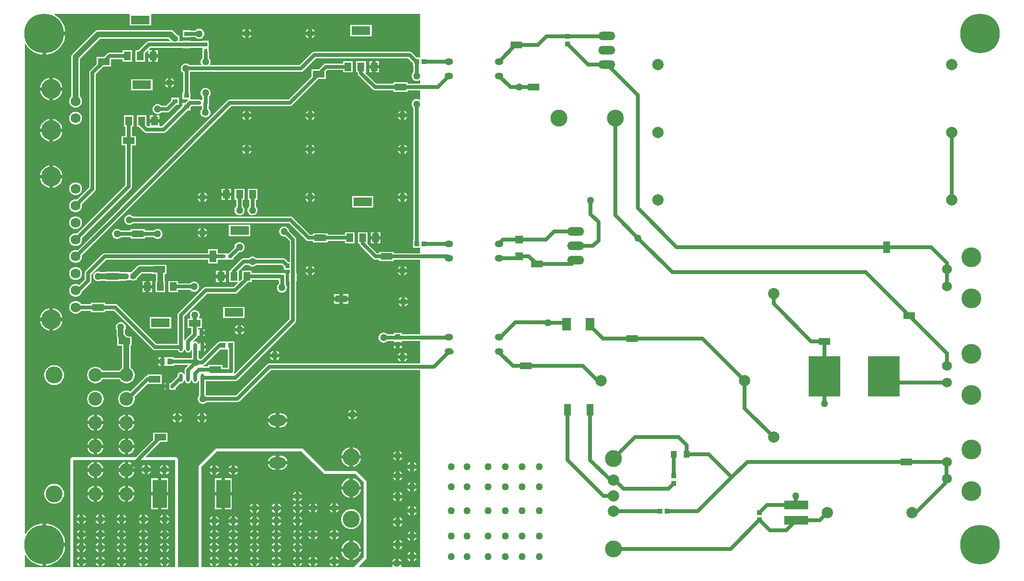
<source format=gbr>
%TF.GenerationSoftware,Altium Limited,Altium Designer,18.1.9 (240)*%
G04 Layer_Physical_Order=1*
G04 Layer_Color=255*
%FSLAX26Y26*%
%MOIN*%
%TF.FileFunction,Copper,L1,Top,Signal*%
%TF.Part,Single*%
G01*
G75*
%TA.AperFunction,SMDPad,CuDef*%
%ADD10R,0.023622X0.025197*%
%ADD11R,0.031496X0.035433*%
%ADD12R,0.029528X0.023622*%
%ADD13R,0.047244X0.059055*%
%ADD14R,0.129921X0.059055*%
%ADD15R,0.080709X0.045276*%
%ADD16R,0.045276X0.080709*%
%ADD17R,0.035433X0.039370*%
%ADD18R,0.033465X0.037402*%
%ADD19R,0.035433X0.031496*%
%ADD20R,0.023622X0.029528*%
%ADD21O,0.059055X0.047244*%
%ADD22R,0.037402X0.033465*%
%ADD23R,0.169291X0.062992*%
%ADD24R,0.098425X0.196850*%
%ADD25R,0.057087X0.053150*%
%ADD26R,0.043307X0.051181*%
%ADD27O,0.023622X0.057087*%
%ADD28R,0.220472X0.284646*%
%ADD29R,0.062992X0.086614*%
%TA.AperFunction,Conductor*%
%ADD30C,0.025000*%
%ADD31C,0.039370*%
%TA.AperFunction,ComponentPad*%
%ADD32C,0.118110*%
%ADD33C,0.094488*%
%TA.AperFunction,ViaPad*%
%ADD34C,0.275591*%
%TA.AperFunction,ComponentPad*%
%ADD35C,0.068898*%
%ADD36C,0.137795*%
%ADD37C,0.078740*%
%ADD38O,0.118110X0.059055*%
%ADD39O,0.118110X0.078740*%
%TA.AperFunction,ViaPad*%
%ADD40C,0.050000*%
G36*
X784778Y3897638D02*
X789213Y3893858D01*
X789213Y3891638D01*
Y3814803D01*
X939134D01*
Y3891638D01*
X943568Y3897638D01*
X2814961Y3897638D01*
Y3592874D01*
X2788703D01*
X2755907Y3625670D01*
X2748464Y3630643D01*
X2739685Y3632390D01*
X2078165D01*
X2069386Y3630643D01*
X2061944Y3625670D01*
X1974470Y3538197D01*
X1351188D01*
X1348534Y3543578D01*
X1349706Y3545105D01*
X1353233Y3553619D01*
X1354436Y3562756D01*
X1353233Y3571893D01*
X1349706Y3580407D01*
X1344096Y3587718D01*
X1342074Y3589269D01*
Y3629843D01*
X1340709Y3636709D01*
Y3678375D01*
X1341838Y3684055D01*
X1340709Y3689735D01*
Y3708819D01*
X1297087D01*
Y3706012D01*
X1214055D01*
Y3708819D01*
X1158622D01*
Y3705165D01*
X1135315D01*
Y3713752D01*
X1136519Y3716660D01*
X1137540Y3724409D01*
X1136519Y3732159D01*
X1135315Y3735067D01*
Y3746220D01*
X1127937D01*
X1122569Y3750339D01*
X1118311Y3752103D01*
X1095168Y3775246D01*
X1088967Y3780005D01*
X1081745Y3782996D01*
X1073996Y3784016D01*
X571453D01*
X563703Y3782996D01*
X556482Y3780005D01*
X550281Y3775246D01*
X392214Y3617179D01*
X387456Y3610978D01*
X384465Y3603757D01*
X383445Y3596008D01*
Y3320453D01*
X381685Y3319103D01*
X374560Y3309818D01*
X370081Y3299005D01*
X368553Y3287402D01*
X370081Y3275798D01*
X374560Y3264985D01*
X381685Y3255700D01*
X390970Y3248576D01*
X401782Y3244097D01*
X413386Y3242569D01*
X424989Y3244097D01*
X435802Y3248576D01*
X445087Y3255700D01*
X452212Y3264985D01*
X456690Y3275798D01*
X458218Y3287402D01*
X456690Y3299005D01*
X452212Y3309818D01*
X445087Y3319103D01*
X443327Y3320453D01*
Y3583606D01*
X583855Y3724133D01*
X1061594D01*
X1074562Y3711165D01*
X1072077Y3705165D01*
X924350D01*
X915571Y3703419D01*
X908129Y3698446D01*
X851573Y3641890D01*
X830551D01*
Y3562835D01*
X897795D01*
Y3623226D01*
X915103Y3640533D01*
X921102Y3638048D01*
X921103Y3637892D01*
X921102Y3637892D01*
X921103Y3637482D01*
Y3614862D01*
X942225D01*
Y3641890D01*
X925510D01*
X925100D01*
X925100D01*
X924944Y3641890D01*
X924661Y3642574D01*
X922459Y3647890D01*
X933853Y3659284D01*
X1158622D01*
Y3657323D01*
X1214055D01*
Y3660130D01*
X1297087D01*
Y3634810D01*
X1296114Y3629921D01*
X1296193Y3629526D01*
Y3589269D01*
X1294171Y3587718D01*
X1288561Y3580407D01*
X1285035Y3571893D01*
X1283832Y3562756D01*
X1285035Y3553619D01*
X1288561Y3545105D01*
X1289733Y3543578D01*
X1287079Y3538197D01*
X1207616D01*
X1206065Y3540218D01*
X1198753Y3545828D01*
X1190239Y3549355D01*
X1181102Y3550558D01*
X1171966Y3549355D01*
X1163451Y3545828D01*
X1156140Y3540218D01*
X1150530Y3532907D01*
X1147003Y3524393D01*
X1145800Y3515256D01*
X1147003Y3506119D01*
X1150530Y3497605D01*
X1156140Y3490294D01*
X1162812Y3485174D01*
Y3350551D01*
X1158036D01*
Y3299055D01*
X1195357D01*
X1197178Y3293055D01*
X1194728Y3291419D01*
X1179058Y3275748D01*
X1158036D01*
Y3254727D01*
X1016802Y3113492D01*
X998189D01*
Y3137106D01*
X930945D01*
Y3113492D01*
X915014D01*
X907638Y3120869D01*
Y3189134D01*
X840394D01*
Y3110079D01*
X854952D01*
X857794Y3105826D01*
X889290Y3074330D01*
X896733Y3069357D01*
X905512Y3067610D01*
X1026304D01*
X1035083Y3069357D01*
X1042526Y3074330D01*
X1192448Y3224252D01*
X1213469D01*
Y3245273D01*
X1220452Y3252256D01*
X1274331D01*
X1280011Y3253386D01*
X1294697D01*
Y3235175D01*
X1292676Y3233624D01*
X1287065Y3226312D01*
X1283539Y3217798D01*
X1282336Y3208661D01*
X1283539Y3199525D01*
X1287065Y3191010D01*
X1292676Y3183699D01*
X1299987Y3178089D01*
X1308501Y3174562D01*
X1317638Y3173359D01*
X1326775Y3174562D01*
X1335289Y3178089D01*
X1342600Y3183699D01*
X1348210Y3191010D01*
X1351737Y3199525D01*
X1352940Y3208661D01*
X1351737Y3217798D01*
X1348210Y3226312D01*
X1342600Y3233624D01*
X1340579Y3235175D01*
Y3253386D01*
X1344370D01*
Y3297008D01*
X1342074D01*
Y3318132D01*
X1344096Y3319684D01*
X1349706Y3326995D01*
X1353233Y3335509D01*
X1354436Y3344646D01*
X1353233Y3353783D01*
X1349706Y3362297D01*
X1344096Y3369608D01*
X1336785Y3375218D01*
X1328271Y3378745D01*
X1319134Y3379948D01*
X1309997Y3378745D01*
X1301483Y3375218D01*
X1294171Y3369608D01*
X1288561Y3362297D01*
X1285035Y3353783D01*
X1283832Y3344646D01*
X1285035Y3335509D01*
X1288561Y3326995D01*
X1294171Y3319684D01*
X1296193Y3318132D01*
Y3297008D01*
X1280011D01*
X1274331Y3298138D01*
X1219090D01*
X1213469Y3299055D01*
X1213469Y3304138D01*
Y3350551D01*
X1208694D01*
Y3492315D01*
X1983973D01*
X1992752Y3494061D01*
X2000194Y3499034D01*
X2087668Y3586508D01*
X2730182D01*
X2762638Y3554053D01*
Y3535472D01*
X2766429D01*
Y3490293D01*
X2764408Y3488742D01*
X2758798Y3481430D01*
X2755271Y3472916D01*
X2754068Y3463779D01*
X2755271Y3454643D01*
X2758798Y3446128D01*
X2764408Y3438817D01*
X2771719Y3433207D01*
X2780233Y3429680D01*
X2789370Y3428477D01*
X2798507Y3429680D01*
X2807021Y3433207D01*
X2808961Y3434695D01*
X2814961Y3431736D01*
Y3409161D01*
X2727520D01*
Y3418465D01*
X2626811D01*
Y3408768D01*
X2508229D01*
X2433372Y3483625D01*
X2435197Y3488032D01*
X2435197D01*
Y3567087D01*
X2367953D01*
Y3488032D01*
X2378634D01*
Y3482979D01*
X2380380Y3474200D01*
X2385353Y3466757D01*
X2482505Y3369605D01*
X2489948Y3364632D01*
X2498727Y3362886D01*
X2626811D01*
Y3353189D01*
X2727520D01*
Y3363280D01*
X2814961D01*
Y3299760D01*
X2808961Y3296801D01*
X2807021Y3298289D01*
X2798507Y3301816D01*
X2789370Y3303019D01*
X2780233Y3301816D01*
X2771719Y3298289D01*
X2764408Y3292679D01*
X2758798Y3285367D01*
X2755271Y3276853D01*
X2754068Y3267716D01*
X2755271Y3258580D01*
X2758798Y3250066D01*
X2764408Y3242754D01*
X2766429Y3241203D01*
Y2322795D01*
X2762638D01*
Y2265394D01*
X2814961D01*
Y2227665D01*
X2629095D01*
Y2237362D01*
X2528386D01*
Y2227665D01*
X2513016D01*
X2450138Y2290543D01*
X2447008Y2295118D01*
X2447008D01*
X2447008Y2295118D01*
Y2374173D01*
X2379764D01*
Y2295118D01*
X2390445D01*
Y2294852D01*
X2392191Y2286073D01*
X2397164Y2278631D01*
X2487292Y2188503D01*
X2494735Y2183530D01*
X2503514Y2181784D01*
X2528386D01*
Y2172087D01*
X2629095D01*
Y2181784D01*
X2814961D01*
X2814961Y1662705D01*
X2686181D01*
Y1672402D01*
X2628780D01*
Y1662705D01*
X2585568D01*
X2584017Y1664726D01*
X2576706Y1670336D01*
X2568192Y1673863D01*
X2559055Y1675066D01*
X2549918Y1673863D01*
X2541404Y1670336D01*
X2534093Y1664726D01*
X2528483Y1657415D01*
X2524956Y1648900D01*
X2523753Y1639764D01*
X2524956Y1630627D01*
X2528483Y1622113D01*
X2534093Y1614801D01*
X2541404Y1609191D01*
X2549918Y1605665D01*
X2559055Y1604462D01*
X2568192Y1605665D01*
X2576706Y1609191D01*
X2584017Y1614801D01*
X2585568Y1616823D01*
X2628780D01*
Y1606988D01*
X2657481D01*
X2686181D01*
Y1616823D01*
X2814961D01*
Y1459949D01*
X1763780D01*
X1755001Y1458203D01*
X1747558Y1453229D01*
X1529868Y1235539D01*
X1325726D01*
X1324175Y1237561D01*
X1319909Y1240834D01*
Y1336941D01*
X1474252D01*
Y1336102D01*
X1517874D01*
Y1336941D01*
X1528189D01*
X1536968Y1338687D01*
X1544410Y1343660D01*
X1943387Y1742637D01*
X1948360Y1750079D01*
X1950106Y1758858D01*
Y2033307D01*
X1952913D01*
Y2088740D01*
X1950953D01*
Y2323957D01*
X1949206Y2332736D01*
X1944233Y2340178D01*
X1900653Y2383758D01*
X1900106Y2387916D01*
X1896579Y2396430D01*
X1890969Y2403742D01*
X1883658Y2409352D01*
X1875144Y2412879D01*
X1866007Y2414081D01*
X1856870Y2412879D01*
X1848356Y2409352D01*
X1841045Y2403742D01*
X1835435Y2396430D01*
X1831908Y2387916D01*
X1830705Y2378780D01*
X1831908Y2369643D01*
X1835435Y2361128D01*
X1841045Y2353817D01*
X1848356Y2348207D01*
X1856870Y2344680D01*
X1866007Y2343477D01*
X1874880Y2344646D01*
X1905071Y2314454D01*
Y2167480D01*
X1894490D01*
X1876458Y2185513D01*
X1869015Y2190486D01*
X1860236Y2192232D01*
X1672183D01*
X1670632Y2194254D01*
X1663320Y2199864D01*
X1654806Y2203390D01*
X1645669Y2204593D01*
X1636533Y2203390D01*
X1628018Y2199864D01*
X1620707Y2194254D01*
X1619156Y2192232D01*
X1582677D01*
X1573898Y2190486D01*
X1566455Y2185513D01*
X1499526Y2118584D01*
X1494553Y2111141D01*
X1493622Y2106457D01*
X1482126D01*
Y2027402D01*
X1541591D01*
X1544076Y2021402D01*
X1514120Y1991445D01*
X1318898D01*
X1310119Y1989698D01*
X1302676Y1984726D01*
X1130747Y1812796D01*
X1125774Y1805354D01*
X1124028Y1796575D01*
Y1597390D01*
X975703D01*
X706478Y1866615D01*
X699035Y1871588D01*
X690256Y1873334D01*
X621220D01*
Y1883032D01*
X520512D01*
Y1873334D01*
X451809D01*
X445087Y1882095D01*
X435802Y1889220D01*
X424989Y1893698D01*
X413386Y1895226D01*
X401782Y1893698D01*
X390970Y1889220D01*
X381685Y1882095D01*
X374560Y1872810D01*
X370081Y1861997D01*
X368553Y1850394D01*
X370081Y1838790D01*
X374560Y1827977D01*
X381685Y1818693D01*
X390970Y1811568D01*
X401782Y1807089D01*
X413386Y1805561D01*
X424989Y1807089D01*
X435802Y1811568D01*
X445087Y1818693D01*
X451809Y1827453D01*
X520512D01*
Y1817756D01*
X621220D01*
Y1827453D01*
X680754D01*
X949979Y1558227D01*
X957422Y1553254D01*
X966201Y1551508D01*
X1125965D01*
X1126423Y1549206D01*
X1131244Y1541992D01*
X1138458Y1537171D01*
X1146968Y1535478D01*
X1155479Y1537171D01*
X1162693Y1541992D01*
X1167514Y1549206D01*
X1168910Y1556223D01*
X1175027D01*
X1176423Y1549206D01*
X1181244Y1541992D01*
X1188458Y1537171D01*
X1196968Y1535478D01*
X1205479Y1537171D01*
X1212693Y1541992D01*
X1217514Y1549206D01*
X1218028Y1551789D01*
X1224028Y1551198D01*
Y1496523D01*
X1098583D01*
Y1503268D01*
X1030217D01*
Y1473583D01*
Y1443898D01*
X1098583D01*
Y1450642D01*
X1193312D01*
X1195608Y1445099D01*
X1180747Y1430237D01*
X1175774Y1422795D01*
X1174028Y1414016D01*
Y1383133D01*
X1168028Y1382542D01*
X1167514Y1385124D01*
X1162693Y1392339D01*
X1155479Y1397160D01*
X1146968Y1398852D01*
X1138458Y1397160D01*
X1131244Y1392339D01*
X1126423Y1385124D01*
X1124730Y1376614D01*
Y1368197D01*
X1078344Y1321811D01*
X1066043D01*
Y1303220D01*
X1065246Y1299213D01*
X1066043Y1295205D01*
Y1276614D01*
X1086468D01*
X1088189Y1276272D01*
X1089910Y1276614D01*
X1110000D01*
Y1288580D01*
X1143100Y1321681D01*
X1146968Y1320911D01*
X1155479Y1322604D01*
X1162693Y1327425D01*
X1167514Y1334639D01*
X1168910Y1341656D01*
X1175027D01*
X1176423Y1334639D01*
X1181244Y1327425D01*
X1188458Y1322604D01*
X1196968Y1320911D01*
X1205479Y1322604D01*
X1212693Y1327425D01*
X1217514Y1334639D01*
X1218910Y1341656D01*
X1225027D01*
X1226423Y1334639D01*
X1231244Y1327425D01*
X1238458Y1322604D01*
X1246968Y1320911D01*
X1255479Y1322604D01*
X1262693Y1327425D01*
X1267514Y1334639D01*
X1268028Y1337222D01*
X1274028Y1336631D01*
Y1237271D01*
X1268640Y1230249D01*
X1265113Y1221735D01*
X1263911Y1212598D01*
X1265113Y1203462D01*
X1268640Y1194947D01*
X1274250Y1187636D01*
X1281562Y1182026D01*
X1290076Y1178499D01*
X1299213Y1177296D01*
X1308349Y1178499D01*
X1316864Y1182026D01*
X1324175Y1187636D01*
X1325726Y1189658D01*
X1539370D01*
X1548149Y1191404D01*
X1555592Y1196377D01*
X1773282Y1414067D01*
X2814961D01*
Y39370D01*
X2681841D01*
X2678882Y45370D01*
X2682147Y49626D01*
X2684281Y54777D01*
X2618869D01*
X2621003Y49626D01*
X2624268Y45370D01*
X2621309Y39370D01*
X2388586D01*
X2386290Y44913D01*
X2435452Y94075D01*
X2439803Y100587D01*
X2441331Y108267D01*
Y629921D01*
X2439803Y637602D01*
X2435452Y644113D01*
X2376397Y703168D01*
X2369885Y707519D01*
X2362205Y709047D01*
X2153983Y709047D01*
X2081121Y781909D01*
X2002381Y860649D01*
X1995869Y865000D01*
X1988189Y866527D01*
X1397638D01*
X1389957Y865000D01*
X1383446Y860649D01*
X1275304Y752507D01*
X1270953Y745996D01*
X1269425Y738315D01*
X1269425Y39370D01*
X1127083D01*
Y787402D01*
X1125556Y795082D01*
X1121205Y801594D01*
X1114693Y805944D01*
X1107013Y807472D01*
X906810D01*
X904514Y813015D01*
X1003742Y912244D01*
X1054291D01*
Y977520D01*
X953583D01*
Y926971D01*
X834084Y807472D01*
X396360Y807472D01*
X388680Y805944D01*
X382168Y801594D01*
X377817Y795082D01*
X376290Y787402D01*
Y39370D01*
X59055D01*
Y123351D01*
X65055Y125044D01*
X74452Y109710D01*
X89560Y92020D01*
X107250Y76912D01*
X127085Y64757D01*
X148578Y55854D01*
X171198Y50423D01*
X181890Y49582D01*
Y196850D01*
Y344119D01*
X171198Y343277D01*
X148578Y337847D01*
X127085Y328944D01*
X107250Y316789D01*
X89560Y301681D01*
X74452Y283991D01*
X65055Y268657D01*
X59055Y270349D01*
Y3686343D01*
X65055Y3688036D01*
X74452Y3672702D01*
X89560Y3655012D01*
X107250Y3639904D01*
X127085Y3627749D01*
X148578Y3618846D01*
X171198Y3613415D01*
X181890Y3612574D01*
Y3759843D01*
X194390D01*
Y3772343D01*
X341659D01*
X340817Y3783034D01*
X335387Y3805655D01*
X326484Y3827148D01*
X314329Y3846983D01*
X299221Y3864673D01*
X281531Y3879781D01*
X262183Y3891638D01*
X262132Y3891927D01*
X265612Y3897638D01*
X784778D01*
D02*
G37*
G36*
X1864016Y2133069D02*
Y2112047D01*
X1905071D01*
Y2088740D01*
X1901417D01*
Y2033307D01*
X1904224D01*
Y1768361D01*
X1523874Y1388010D01*
X1517874Y1390495D01*
Y1400462D01*
X1519004Y1406142D01*
Y1556575D01*
X1519213D01*
Y1613976D01*
X1414567D01*
Y1607864D01*
X1407559Y1606470D01*
X1400117Y1601497D01*
X1288726Y1490106D01*
X1276631D01*
X1275080Y1492128D01*
X1269909Y1496095D01*
Y1551198D01*
X1275909Y1551789D01*
X1276423Y1549206D01*
X1281244Y1541992D01*
X1284468Y1539837D01*
Y1574449D01*
Y1609061D01*
X1281244Y1606906D01*
X1276423Y1599691D01*
X1275027Y1592675D01*
X1268910D01*
X1267514Y1599691D01*
X1262693Y1606906D01*
X1255479Y1611727D01*
X1246968Y1613419D01*
X1238458Y1611727D01*
X1236394Y1610347D01*
X1232569Y1615008D01*
X1259922Y1642361D01*
X1264895Y1649804D01*
X1265216Y1651417D01*
X1276996D01*
Y1673228D01*
Y1695039D01*
X1266642D01*
Y1706004D01*
X1294055D01*
Y1771280D01*
X1275970D01*
X1273012Y1777280D01*
X1274273Y1778924D01*
X1277800Y1787438D01*
X1279003Y1796575D01*
X1277800Y1805712D01*
X1274273Y1814226D01*
X1268663Y1821537D01*
X1261352Y1827147D01*
X1252838Y1830674D01*
X1243701Y1831877D01*
X1234564Y1830674D01*
X1226050Y1827147D01*
X1218738Y1821537D01*
X1213128Y1814226D01*
X1209602Y1805712D01*
X1208399Y1796575D01*
X1209602Y1787438D01*
X1213128Y1778924D01*
X1214390Y1777280D01*
X1211431Y1771280D01*
X1193347D01*
Y1706004D01*
X1220760D01*
Y1695039D01*
X1219457D01*
Y1666782D01*
X1180747Y1628072D01*
X1175909Y1620832D01*
X1175357Y1620715D01*
X1169909Y1621830D01*
Y1787072D01*
X1328400Y1945563D01*
X1523622D01*
X1532401Y1947309D01*
X1539844Y1952282D01*
X1614963Y2027402D01*
X1639921D01*
Y2043988D01*
X1826614D01*
Y2033307D01*
X1829421D01*
Y2016213D01*
X1825431Y2013151D01*
X1819821Y2005840D01*
X1816295Y1997326D01*
X1815092Y1988189D01*
X1816295Y1979052D01*
X1819821Y1970538D01*
X1825431Y1963227D01*
X1832743Y1957617D01*
X1841257Y1954090D01*
X1850394Y1952887D01*
X1859531Y1954090D01*
X1868045Y1957617D01*
X1875356Y1963227D01*
X1880966Y1970538D01*
X1884493Y1979052D01*
X1885696Y1988189D01*
X1884493Y1997326D01*
X1880966Y2005840D01*
X1875356Y2013151D01*
X1875303Y2013192D01*
Y2033307D01*
X1878110D01*
Y2088740D01*
X1846231D01*
X1840551Y2089870D01*
X1639921D01*
Y2106457D01*
X1572677D01*
Y2050002D01*
X1555370Y2032695D01*
X1549370Y2035180D01*
Y2103541D01*
X1592179Y2146351D01*
X1619156D01*
X1620707Y2144329D01*
X1628018Y2138719D01*
X1636533Y2135192D01*
X1645669Y2133989D01*
X1654806Y2135192D01*
X1663320Y2138719D01*
X1670632Y2144329D01*
X1672183Y2146351D01*
X1850734D01*
X1864016Y2133069D01*
D02*
G37*
G36*
X1473122Y1429082D02*
X1438346D01*
Y1448976D01*
X1337637D01*
Y1439279D01*
X1304119D01*
X1303528Y1445279D01*
X1307007Y1445971D01*
X1314450Y1450944D01*
X1420081Y1556575D01*
X1473122D01*
Y1429082D01*
D02*
G37*
G36*
X866142Y787402D02*
X1107013D01*
Y39370D01*
X396360D01*
Y787402D01*
X866142Y787402D01*
D02*
G37*
G36*
X2066929Y767716D02*
X2145669Y688976D01*
X2362205Y688976D01*
X2421260Y629921D01*
Y108267D01*
X2352363Y39370D01*
X1289496Y39370D01*
X1289496Y738315D01*
X1397638Y846457D01*
X1988189D01*
X2066929Y767716D01*
D02*
G37*
%LPC*%
G36*
X1274331Y3793176D02*
X1265194Y3791973D01*
X1256680Y3788446D01*
X1249368Y3782836D01*
X1247817Y3780815D01*
X1214055D01*
Y3783622D01*
X1158622D01*
Y3732126D01*
X1214055D01*
Y3734933D01*
X1247817D01*
X1249368Y3732912D01*
X1256680Y3727302D01*
X1265194Y3723775D01*
X1274331Y3722572D01*
X1283467Y3723775D01*
X1291982Y3727302D01*
X1299293Y3732912D01*
X1304903Y3740223D01*
X1308430Y3748737D01*
X1309633Y3757874D01*
X1308430Y3767011D01*
X1304903Y3775525D01*
X1299293Y3782836D01*
X1291982Y3788446D01*
X1283467Y3791973D01*
X1274331Y3793176D01*
D02*
G37*
G36*
X2059744Y3792548D02*
Y3772343D01*
X2079950D01*
X2077816Y3777494D01*
X2072206Y3784805D01*
X2064895Y3790415D01*
X2059744Y3792548D01*
D02*
G37*
G36*
X2034744D02*
X2029593Y3790415D01*
X2022282Y3784805D01*
X2016672Y3777494D01*
X2014538Y3772343D01*
X2034744D01*
Y3792548D01*
D02*
G37*
G36*
X1618799D02*
Y3772343D01*
X1639005D01*
X1636872Y3777494D01*
X1631262Y3784805D01*
X1623950Y3790415D01*
X1618799Y3792548D01*
D02*
G37*
G36*
X1593799D02*
X1588648Y3790415D01*
X1581337Y3784805D01*
X1575727Y3777494D01*
X1573593Y3772343D01*
X1593799D01*
Y3792548D01*
D02*
G37*
G36*
X2476535Y3819055D02*
X2326614D01*
Y3740000D01*
X2476535D01*
Y3819055D01*
D02*
G37*
G36*
X2079950Y3747343D02*
X2059744D01*
Y3727137D01*
X2064895Y3729270D01*
X2072206Y3734880D01*
X2077816Y3742191D01*
X2079950Y3747343D01*
D02*
G37*
G36*
X2034744D02*
X2014538D01*
X2016672Y3742191D01*
X2022282Y3734880D01*
X2029593Y3729270D01*
X2034744Y3727137D01*
Y3747343D01*
D02*
G37*
G36*
X1639005D02*
X1618799D01*
Y3727137D01*
X1623950Y3729270D01*
X1631262Y3734880D01*
X1636872Y3742191D01*
X1639005Y3747343D01*
D02*
G37*
G36*
X1593799D02*
X1573593D01*
X1575727Y3742191D01*
X1581337Y3734880D01*
X1588648Y3729270D01*
X1593799Y3727137D01*
Y3747343D01*
D02*
G37*
G36*
X967225Y3641890D02*
Y3614862D01*
X988347D01*
Y3641890D01*
X967225D01*
D02*
G37*
G36*
X341659Y3747343D02*
X206890D01*
Y3612574D01*
X217582Y3613415D01*
X240203Y3618846D01*
X261695Y3627749D01*
X281531Y3639904D01*
X299221Y3655012D01*
X314329Y3672702D01*
X326484Y3692537D01*
X335387Y3714030D01*
X340817Y3736651D01*
X341659Y3747343D01*
D02*
G37*
G36*
X988347Y3589862D02*
X967225D01*
Y3562835D01*
X988347D01*
Y3589862D01*
D02*
G37*
G36*
X942225D02*
X921103D01*
Y3562835D01*
X942225D01*
Y3589862D01*
D02*
G37*
G36*
X807244Y3641890D02*
X740000D01*
Y3625303D01*
X648425D01*
X639646Y3623557D01*
X632204Y3618584D01*
X609250Y3595630D01*
X558701D01*
Y3545081D01*
X515274Y3501655D01*
X510302Y3494212D01*
X508555Y3485433D01*
Y2686668D01*
X424334Y2602446D01*
X413386Y2603887D01*
X401782Y2602360D01*
X390970Y2597881D01*
X381685Y2590756D01*
X374560Y2581471D01*
X370081Y2570659D01*
X368553Y2559055D01*
X370081Y2547452D01*
X374560Y2536639D01*
X381685Y2527354D01*
X390970Y2520229D01*
X401782Y2515750D01*
X413386Y2514223D01*
X424989Y2515750D01*
X435802Y2520229D01*
X445087Y2527354D01*
X452212Y2536639D01*
X456690Y2547452D01*
X458218Y2559055D01*
X456777Y2570003D01*
X547718Y2660944D01*
X552691Y2668386D01*
X554437Y2677165D01*
Y3475931D01*
X608861Y3530354D01*
X659409D01*
Y3579421D01*
X740000D01*
Y3562835D01*
X807244D01*
Y3641890D01*
D02*
G37*
G36*
X2525748Y3567087D02*
X2504626D01*
Y3540059D01*
X2525748D01*
Y3567087D01*
D02*
G37*
G36*
X2479626D02*
X2458504D01*
Y3540059D01*
X2479626D01*
Y3567087D01*
D02*
G37*
G36*
X2525748Y3515059D02*
X2504626D01*
Y3488032D01*
X2525748D01*
Y3515059D01*
D02*
G37*
G36*
X2479626D02*
X2458504D01*
Y3488032D01*
X2479626D01*
Y3515059D01*
D02*
G37*
G36*
X2344646Y3567087D02*
X2277402D01*
Y3550500D01*
X2157480D01*
X2148701Y3548754D01*
X2141259Y3543781D01*
X2106494Y3509016D01*
X2055945D01*
Y3458467D01*
X1895616Y3298138D01*
X1487795D01*
X1479016Y3296391D01*
X1471574Y3291419D01*
X723680Y2543525D01*
X427248Y2247093D01*
X424989Y2248029D01*
X413386Y2249557D01*
X401782Y2248029D01*
X390970Y2243550D01*
X381685Y2236426D01*
X374560Y2227141D01*
X370081Y2216328D01*
X368553Y2204724D01*
X370081Y2193121D01*
X374560Y2182308D01*
X381685Y2173023D01*
X390970Y2165898D01*
X401782Y2161420D01*
X413386Y2159892D01*
X424989Y2161420D01*
X435802Y2165898D01*
X445087Y2173023D01*
X452212Y2182308D01*
X456690Y2193121D01*
X458218Y2204724D01*
X457235Y2212193D01*
X756123Y2511082D01*
X1497298Y3252256D01*
X1905118D01*
X1913897Y3254002D01*
X1921340Y3258975D01*
X2106105Y3443740D01*
X2156653D01*
Y3494289D01*
X2166983Y3504618D01*
X2277402D01*
Y3488032D01*
X2344646D01*
Y3567087D01*
D02*
G37*
G36*
X1080616Y3448799D02*
Y3428593D01*
X1100822D01*
X1098689Y3433744D01*
X1093079Y3441055D01*
X1085767Y3446665D01*
X1080616Y3448799D01*
D02*
G37*
G36*
X1055616D02*
X1050465Y3446665D01*
X1043154Y3441055D01*
X1037544Y3433744D01*
X1035410Y3428593D01*
X1055616D01*
Y3448799D01*
D02*
G37*
G36*
X255807Y3450096D02*
Y3384547D01*
X321355D01*
X321063Y3387514D01*
X316552Y3402386D01*
X309226Y3416093D01*
X299366Y3428106D01*
X287352Y3437966D01*
X273646Y3445292D01*
X258774Y3449803D01*
X255807Y3450096D01*
D02*
G37*
G36*
X230807D02*
X227840Y3449803D01*
X212968Y3445292D01*
X199262Y3437966D01*
X187248Y3428106D01*
X177389Y3416093D01*
X170062Y3402386D01*
X165551Y3387514D01*
X165259Y3384547D01*
X230807D01*
Y3450096D01*
D02*
G37*
G36*
X1100822Y3403593D02*
X1080616D01*
Y3383387D01*
X1085767Y3385520D01*
X1093079Y3391130D01*
X1098689Y3398442D01*
X1100822Y3403593D01*
D02*
G37*
G36*
X1055616D02*
X1035410D01*
X1037544Y3398442D01*
X1043154Y3391130D01*
X1050465Y3385520D01*
X1055616Y3383387D01*
Y3403593D01*
D02*
G37*
G36*
X948976Y3441102D02*
X799055D01*
Y3362047D01*
X948976D01*
Y3441102D01*
D02*
G37*
G36*
X321355Y3359547D02*
X255807D01*
Y3293999D01*
X258774Y3294291D01*
X273646Y3298803D01*
X287352Y3306129D01*
X299366Y3315988D01*
X309226Y3328002D01*
X316552Y3341708D01*
X321063Y3356581D01*
X321355Y3359547D01*
D02*
G37*
G36*
X230807D02*
X165259D01*
X165551Y3356581D01*
X170062Y3341708D01*
X177389Y3328002D01*
X187248Y3315988D01*
X199262Y3306129D01*
X212968Y3298803D01*
X227840Y3294291D01*
X230807Y3293999D01*
Y3359547D01*
D02*
G37*
G36*
X1134729Y3313150D02*
X1079296D01*
Y3292128D01*
X1042392Y3255224D01*
X1010765D01*
X1009214Y3257246D01*
X1001903Y3262856D01*
X993389Y3266383D01*
X984252Y3267586D01*
X975115Y3266383D01*
X966601Y3262856D01*
X959290Y3257246D01*
X953680Y3249934D01*
X950153Y3241420D01*
X948950Y3232284D01*
X950153Y3223147D01*
X953680Y3214633D01*
X959290Y3207321D01*
X966601Y3201711D01*
X975115Y3198184D01*
X984252Y3196981D01*
X993389Y3198184D01*
X1001903Y3201711D01*
X1009214Y3207321D01*
X1010765Y3209343D01*
X1051895D01*
X1060674Y3211089D01*
X1068116Y3216062D01*
X1113708Y3261654D01*
X1134729D01*
Y3313150D01*
D02*
G37*
G36*
X2702756Y3221682D02*
Y3201476D01*
X2722962D01*
X2720828Y3206627D01*
X2715218Y3213939D01*
X2707907Y3219549D01*
X2702756Y3221682D01*
D02*
G37*
G36*
X2677756D02*
X2672605Y3219549D01*
X2665294Y3213939D01*
X2659684Y3206627D01*
X2657550Y3201476D01*
X2677756D01*
Y3221682D01*
D02*
G37*
G36*
X2059744D02*
Y3201476D01*
X2079950D01*
X2077816Y3206627D01*
X2072206Y3213939D01*
X2064895Y3219549D01*
X2059744Y3221682D01*
D02*
G37*
G36*
X2034744D02*
X2029593Y3219549D01*
X2022282Y3213939D01*
X2016672Y3206627D01*
X2014538Y3201476D01*
X2034744D01*
Y3221682D01*
D02*
G37*
G36*
X1618799D02*
Y3201476D01*
X1639005D01*
X1636872Y3206627D01*
X1631262Y3213939D01*
X1623950Y3219549D01*
X1618799Y3221682D01*
D02*
G37*
G36*
X1593799D02*
X1588648Y3219549D01*
X1581337Y3213939D01*
X1575727Y3206627D01*
X1573593Y3201476D01*
X1593799D01*
Y3221682D01*
D02*
G37*
G36*
X998189Y3189134D02*
X977067D01*
Y3162106D01*
X998189D01*
Y3189134D01*
D02*
G37*
G36*
X952067D02*
X930945D01*
Y3162106D01*
X952067D01*
Y3189134D01*
D02*
G37*
G36*
X2722962Y3176476D02*
X2702756D01*
Y3156270D01*
X2707907Y3158404D01*
X2715218Y3164014D01*
X2720828Y3171325D01*
X2722962Y3176476D01*
D02*
G37*
G36*
X2677756D02*
X2657550D01*
X2659684Y3171325D01*
X2665294Y3164014D01*
X2672605Y3158404D01*
X2677756Y3156270D01*
Y3176476D01*
D02*
G37*
G36*
X2079950D02*
X2059744D01*
Y3156270D01*
X2064895Y3158404D01*
X2072206Y3164014D01*
X2077816Y3171325D01*
X2079950Y3176476D01*
D02*
G37*
G36*
X2034744D02*
X2014538D01*
X2016672Y3171325D01*
X2022282Y3164014D01*
X2029593Y3158404D01*
X2034744Y3156270D01*
Y3176476D01*
D02*
G37*
G36*
X1639005D02*
X1618799D01*
Y3156270D01*
X1623950Y3158404D01*
X1631262Y3164014D01*
X1636872Y3171325D01*
X1639005Y3176476D01*
D02*
G37*
G36*
X1593799D02*
X1573593D01*
X1575727Y3171325D01*
X1581337Y3164014D01*
X1588648Y3158404D01*
X1593799Y3156270D01*
Y3176476D01*
D02*
G37*
G36*
X413386Y3214124D02*
X401782Y3212596D01*
X390970Y3208117D01*
X381685Y3200993D01*
X374560Y3191708D01*
X370081Y3180895D01*
X368553Y3169291D01*
X370081Y3157688D01*
X374560Y3146875D01*
X381685Y3137590D01*
X390970Y3130465D01*
X401782Y3125987D01*
X413386Y3124459D01*
X424989Y3125987D01*
X435802Y3130465D01*
X445087Y3137590D01*
X452212Y3146875D01*
X456690Y3157688D01*
X458218Y3169291D01*
X456690Y3180895D01*
X452212Y3191708D01*
X445087Y3200993D01*
X435802Y3208117D01*
X424989Y3212596D01*
X413386Y3214124D01*
D02*
G37*
G36*
X255807Y3162694D02*
Y3097146D01*
X321355D01*
X321063Y3100112D01*
X316552Y3114985D01*
X309226Y3128691D01*
X299366Y3140705D01*
X287352Y3150564D01*
X273646Y3157890D01*
X258774Y3162402D01*
X255807Y3162694D01*
D02*
G37*
G36*
X230807D02*
X227840Y3162402D01*
X212968Y3157890D01*
X199262Y3150564D01*
X187248Y3140705D01*
X177389Y3128691D01*
X170062Y3114985D01*
X165551Y3100112D01*
X165259Y3097146D01*
X230807D01*
Y3162694D01*
D02*
G37*
G36*
X321355Y3072146D02*
X255807D01*
Y3006597D01*
X258774Y3006890D01*
X273646Y3011401D01*
X287352Y3018727D01*
X299366Y3028587D01*
X309226Y3040600D01*
X316552Y3054307D01*
X321063Y3069179D01*
X321355Y3072146D01*
D02*
G37*
G36*
X230807D02*
X165259D01*
X165551Y3069179D01*
X170062Y3054307D01*
X177389Y3040600D01*
X187248Y3028587D01*
X199262Y3018727D01*
X212968Y3011401D01*
X227840Y3006890D01*
X230807Y3006597D01*
Y3072146D01*
D02*
G37*
G36*
X2702756Y2985462D02*
Y2965256D01*
X2722962D01*
X2720828Y2970407D01*
X2715218Y2977718D01*
X2707907Y2983328D01*
X2702756Y2985462D01*
D02*
G37*
G36*
X2677756D02*
X2672605Y2983328D01*
X2665294Y2977718D01*
X2659684Y2970407D01*
X2657550Y2965256D01*
X2677756D01*
Y2985462D01*
D02*
G37*
G36*
X2059744D02*
Y2965256D01*
X2079950D01*
X2077816Y2970407D01*
X2072206Y2977718D01*
X2064895Y2983328D01*
X2059744Y2985462D01*
D02*
G37*
G36*
X2034744D02*
X2029593Y2983328D01*
X2022282Y2977718D01*
X2016672Y2970407D01*
X2014538Y2965256D01*
X2034744D01*
Y2985462D01*
D02*
G37*
G36*
X1618799D02*
Y2965256D01*
X1639005D01*
X1636872Y2970407D01*
X1631262Y2977718D01*
X1623950Y2983328D01*
X1618799Y2985462D01*
D02*
G37*
G36*
X1593799D02*
X1588648Y2983328D01*
X1581337Y2977718D01*
X1575727Y2970407D01*
X1573593Y2965256D01*
X1593799D01*
Y2985462D01*
D02*
G37*
G36*
X2722962Y2940256D02*
X2702756D01*
Y2920050D01*
X2707907Y2922184D01*
X2715218Y2927794D01*
X2720828Y2935105D01*
X2722962Y2940256D01*
D02*
G37*
G36*
X2677756D02*
X2657550D01*
X2659684Y2935105D01*
X2665294Y2927794D01*
X2672605Y2922184D01*
X2677756Y2920050D01*
Y2940256D01*
D02*
G37*
G36*
X2079950D02*
X2059744D01*
Y2920050D01*
X2064895Y2922184D01*
X2072206Y2927794D01*
X2077816Y2935105D01*
X2079950Y2940256D01*
D02*
G37*
G36*
X2034744D02*
X2014538D01*
X2016672Y2935105D01*
X2022282Y2927794D01*
X2029593Y2922184D01*
X2034744Y2920050D01*
Y2940256D01*
D02*
G37*
G36*
X1639005D02*
X1618799D01*
Y2920050D01*
X1623950Y2922184D01*
X1631262Y2927794D01*
X1636872Y2935105D01*
X1639005Y2940256D01*
D02*
G37*
G36*
X1593799D02*
X1573593D01*
X1575727Y2935105D01*
X1581337Y2927794D01*
X1588648Y2922184D01*
X1593799Y2920050D01*
Y2940256D01*
D02*
G37*
G36*
X255807Y2839859D02*
Y2774311D01*
X321355D01*
X321063Y2777278D01*
X316552Y2792150D01*
X309226Y2805856D01*
X299366Y2817870D01*
X287352Y2827729D01*
X273646Y2835056D01*
X258774Y2839567D01*
X255807Y2839859D01*
D02*
G37*
G36*
X230807D02*
X227840Y2839567D01*
X212968Y2835056D01*
X199262Y2827729D01*
X187248Y2817870D01*
X177389Y2805856D01*
X170062Y2792150D01*
X165551Y2777278D01*
X165259Y2774311D01*
X230807D01*
Y2839859D01*
D02*
G37*
G36*
X321355Y2749311D02*
X255807D01*
Y2683763D01*
X258774Y2684055D01*
X273646Y2688566D01*
X287352Y2695893D01*
X299366Y2705752D01*
X309226Y2717766D01*
X316552Y2731472D01*
X321063Y2746344D01*
X321355Y2749311D01*
D02*
G37*
G36*
X230807D02*
X165259D01*
X165551Y2746344D01*
X170062Y2731472D01*
X177389Y2717766D01*
X187248Y2705752D01*
X199262Y2695893D01*
X212968Y2688566D01*
X227840Y2684055D01*
X230807Y2683763D01*
Y2749311D01*
D02*
G37*
G36*
X1498189Y2677457D02*
X1477067D01*
Y2650430D01*
X1498189D01*
Y2677457D01*
D02*
G37*
G36*
X1452067D02*
X1430945D01*
Y2650430D01*
X1452067D01*
Y2677457D01*
D02*
G37*
G36*
X413386Y2721998D02*
X401782Y2720470D01*
X390970Y2715991D01*
X381685Y2708867D01*
X374560Y2699582D01*
X370081Y2688769D01*
X368553Y2677165D01*
X370081Y2665562D01*
X374560Y2654749D01*
X381685Y2645464D01*
X390970Y2638340D01*
X401782Y2633861D01*
X413386Y2632333D01*
X424989Y2633861D01*
X435802Y2638340D01*
X445087Y2645464D01*
X452212Y2654749D01*
X456690Y2665562D01*
X458218Y2677165D01*
X456690Y2688769D01*
X452212Y2699582D01*
X445087Y2708867D01*
X435802Y2715991D01*
X424989Y2720470D01*
X413386Y2721998D01*
D02*
G37*
G36*
X2702756Y2650816D02*
Y2630610D01*
X2722962D01*
X2720828Y2635761D01*
X2715218Y2643072D01*
X2707907Y2648682D01*
X2702756Y2650816D01*
D02*
G37*
G36*
X2677756D02*
X2672605Y2648682D01*
X2665294Y2643072D01*
X2659684Y2635761D01*
X2657550Y2630610D01*
X2677756D01*
Y2650816D01*
D02*
G37*
G36*
X2059744D02*
Y2630610D01*
X2079950D01*
X2077816Y2635761D01*
X2072206Y2643072D01*
X2064895Y2648682D01*
X2059744Y2650816D01*
D02*
G37*
G36*
X2034744D02*
X2029593Y2648682D01*
X2022282Y2643072D01*
X2016672Y2635761D01*
X2014538Y2630610D01*
X2034744D01*
Y2650816D01*
D02*
G37*
G36*
X1309465D02*
Y2630610D01*
X1329671D01*
X1327538Y2635761D01*
X1321928Y2643072D01*
X1314616Y2648682D01*
X1309465Y2650816D01*
D02*
G37*
G36*
X1284465D02*
X1279314Y2648682D01*
X1272003Y2643072D01*
X1266393Y2635761D01*
X1264259Y2630610D01*
X1284465D01*
Y2650816D01*
D02*
G37*
G36*
X1498189Y2625430D02*
X1477067D01*
Y2598403D01*
X1498189D01*
Y2625430D01*
D02*
G37*
G36*
X1452067D02*
X1430945D01*
Y2598403D01*
X1452067D01*
Y2625430D01*
D02*
G37*
G36*
X2722962Y2605610D02*
X2702756D01*
Y2585404D01*
X2707907Y2587538D01*
X2715218Y2593148D01*
X2720828Y2600459D01*
X2722962Y2605610D01*
D02*
G37*
G36*
X2677756D02*
X2657550D01*
X2659684Y2600459D01*
X2665294Y2593148D01*
X2672605Y2587538D01*
X2677756Y2585404D01*
Y2605610D01*
D02*
G37*
G36*
X2079950D02*
X2059744D01*
Y2585404D01*
X2064895Y2587538D01*
X2072206Y2593148D01*
X2077816Y2600459D01*
X2079950Y2605610D01*
D02*
G37*
G36*
X2034744D02*
X2014538D01*
X2016672Y2600459D01*
X2022282Y2593148D01*
X2029593Y2587538D01*
X2034744Y2585404D01*
Y2605610D01*
D02*
G37*
G36*
X1329671D02*
X1309465D01*
Y2585404D01*
X1314616Y2587538D01*
X1321928Y2593148D01*
X1327538Y2600459D01*
X1329671Y2605610D01*
D02*
G37*
G36*
X1284465D02*
X1264259D01*
X1266393Y2600459D01*
X1272003Y2593148D01*
X1279314Y2587538D01*
X1284465Y2585404D01*
Y2605610D01*
D02*
G37*
G36*
X2488346Y2626142D02*
X2338425D01*
Y2547087D01*
X2488346D01*
Y2626142D01*
D02*
G37*
G36*
X1679291Y2677457D02*
X1612047D01*
Y2598403D01*
X1622728D01*
Y2553817D01*
X1620707Y2552266D01*
X1615097Y2544954D01*
X1611570Y2536440D01*
X1610367Y2527303D01*
X1611570Y2518166D01*
X1615097Y2509652D01*
X1620707Y2502341D01*
X1628018Y2496731D01*
X1636533Y2493204D01*
X1645669Y2492001D01*
X1654806Y2493204D01*
X1663320Y2496731D01*
X1670632Y2502341D01*
X1676242Y2509652D01*
X1679768Y2518166D01*
X1680971Y2527303D01*
X1679768Y2536440D01*
X1676242Y2544954D01*
X1670632Y2552266D01*
X1668610Y2553817D01*
Y2598403D01*
X1679291D01*
Y2677457D01*
D02*
G37*
G36*
X1588740D02*
X1521496D01*
Y2598403D01*
X1532177D01*
Y2553817D01*
X1530156Y2552266D01*
X1524546Y2544954D01*
X1521019Y2536440D01*
X1519816Y2527303D01*
X1521019Y2518166D01*
X1524546Y2509652D01*
X1530156Y2502341D01*
X1537467Y2496731D01*
X1545981Y2493204D01*
X1555118Y2492001D01*
X1564255Y2493204D01*
X1572769Y2496731D01*
X1580080Y2502341D01*
X1585690Y2509652D01*
X1589217Y2518166D01*
X1590420Y2527303D01*
X1589217Y2536440D01*
X1585690Y2544954D01*
X1580080Y2552266D01*
X1578059Y2553817D01*
Y2598403D01*
X1588740D01*
Y2677457D01*
D02*
G37*
G36*
X413386Y2485777D02*
X401782Y2484250D01*
X390970Y2479771D01*
X381685Y2472646D01*
X374560Y2463361D01*
X370081Y2452548D01*
X368553Y2440945D01*
X370081Y2429341D01*
X374560Y2418529D01*
X381685Y2409244D01*
X390970Y2402119D01*
X401782Y2397640D01*
X413386Y2396113D01*
X424989Y2397640D01*
X435802Y2402119D01*
X445087Y2409244D01*
X452212Y2418529D01*
X456690Y2429341D01*
X458218Y2440945D01*
X456690Y2452548D01*
X452212Y2463361D01*
X445087Y2472646D01*
X435802Y2479771D01*
X424989Y2484250D01*
X413386Y2485777D01*
D02*
G37*
G36*
X984252Y2397507D02*
X975115Y2396304D01*
X966601Y2392777D01*
X959290Y2387167D01*
X957739Y2385146D01*
X896811D01*
Y2394843D01*
X796102D01*
Y2385146D01*
X752953D01*
X751378Y2384832D01*
X749803Y2385146D01*
X729073D01*
X727522Y2387167D01*
X720210Y2392777D01*
X711696Y2396304D01*
X702559Y2397507D01*
X693423Y2396304D01*
X684908Y2392777D01*
X677597Y2387167D01*
X671987Y2379856D01*
X668460Y2371341D01*
X667257Y2362205D01*
X668460Y2353068D01*
X671987Y2344554D01*
X677597Y2337242D01*
X684908Y2331632D01*
X693423Y2328106D01*
X702559Y2326903D01*
X711696Y2328106D01*
X720210Y2331632D01*
X727522Y2337242D01*
X729073Y2339264D01*
X749803D01*
X751378Y2339577D01*
X752953Y2339264D01*
X796102D01*
Y2329567D01*
X896811D01*
Y2339264D01*
X957739D01*
X959290Y2337242D01*
X966601Y2331632D01*
X975115Y2328106D01*
X984252Y2326903D01*
X993389Y2328106D01*
X1001903Y2331632D01*
X1009214Y2337242D01*
X1014824Y2344554D01*
X1018351Y2353068D01*
X1019554Y2362205D01*
X1018351Y2371341D01*
X1014824Y2379856D01*
X1009214Y2387167D01*
X1001903Y2392777D01*
X993389Y2396304D01*
X984252Y2397507D01*
D02*
G37*
G36*
X1308693Y2403708D02*
Y2383502D01*
X1328899D01*
X1326765Y2388653D01*
X1321155Y2395965D01*
X1313844Y2401575D01*
X1308693Y2403708D01*
D02*
G37*
G36*
X1283693D02*
X1278542Y2401575D01*
X1271231Y2395965D01*
X1265620Y2388653D01*
X1263487Y2383502D01*
X1283693D01*
Y2403708D01*
D02*
G37*
G36*
X817087Y3189134D02*
X749842D01*
Y3110079D01*
X760524D01*
Y3044449D01*
X733110D01*
Y2979173D01*
X760524D01*
Y2814961D01*
Y2702416D01*
X424334Y2366226D01*
X413386Y2367667D01*
X401782Y2366139D01*
X390970Y2361660D01*
X381685Y2354536D01*
X374560Y2345251D01*
X370081Y2334438D01*
X368553Y2322835D01*
X370081Y2311231D01*
X374560Y2300418D01*
X381685Y2291133D01*
X390970Y2284009D01*
X401782Y2279530D01*
X413386Y2278002D01*
X424989Y2279530D01*
X435802Y2284009D01*
X445087Y2291133D01*
X452212Y2300418D01*
X456690Y2311231D01*
X458218Y2322835D01*
X456777Y2333782D01*
X799686Y2676692D01*
X804659Y2684134D01*
X806405Y2692913D01*
Y2814961D01*
Y2979173D01*
X833819D01*
Y3044449D01*
X806405D01*
Y3110079D01*
X817087D01*
Y3189134D01*
D02*
G37*
G36*
X2537559Y2374173D02*
X2516437D01*
Y2347146D01*
X2537559D01*
Y2374173D01*
D02*
G37*
G36*
X2491437D02*
X2470315D01*
Y2347146D01*
X2491437D01*
Y2374173D01*
D02*
G37*
G36*
X1630079Y2425489D02*
X1480158D01*
Y2346434D01*
X1630079D01*
Y2425489D01*
D02*
G37*
G36*
X1328899Y2358502D02*
X1308693D01*
Y2338296D01*
X1313844Y2340430D01*
X1321155Y2346040D01*
X1326765Y2353351D01*
X1328899Y2358502D01*
D02*
G37*
G36*
X1283693D02*
X1263487D01*
X1265620Y2353351D01*
X1271231Y2346040D01*
X1278542Y2340430D01*
X1283693Y2338296D01*
Y2358502D01*
D02*
G37*
G36*
X2537559Y2322146D02*
X2516437D01*
Y2295118D01*
X2537559D01*
Y2322146D01*
D02*
G37*
G36*
X2491437D02*
X2470315D01*
Y2295118D01*
X2491437D01*
Y2322146D01*
D02*
G37*
G36*
X787400Y2495927D02*
X778263Y2494724D01*
X769749Y2491197D01*
X762438Y2485587D01*
X756828Y2478276D01*
X753301Y2469762D01*
X752098Y2460625D01*
X753301Y2451488D01*
X756828Y2442974D01*
X762438Y2435663D01*
X769749Y2430053D01*
X778263Y2426526D01*
X787400Y2425323D01*
X796537Y2426526D01*
X805051Y2430053D01*
X812362Y2435663D01*
X813913Y2437684D01*
X1899951D01*
X2019211Y2318424D01*
X2026654Y2313451D01*
X2035433Y2311705D01*
X2067756D01*
Y2302008D01*
X2168465D01*
Y2311705D01*
X2289213D01*
Y2295118D01*
X2356457D01*
Y2374173D01*
X2289213D01*
Y2357586D01*
X2168465D01*
Y2367284D01*
X2067756D01*
Y2357586D01*
X2044935D01*
X1925675Y2476847D01*
X1918233Y2481820D01*
X1909454Y2483566D01*
X813913D01*
X812362Y2485587D01*
X805051Y2491197D01*
X796537Y2494724D01*
X787400Y2495927D01*
D02*
G37*
G36*
X1555118Y2305617D02*
X1545981Y2304414D01*
X1537467Y2300887D01*
X1530156Y2295277D01*
X1524546Y2287966D01*
X1521019Y2279452D01*
X1519816Y2270315D01*
X1520149Y2267789D01*
X1478895Y2226535D01*
X1446979D01*
X1441299Y2227665D01*
X1403346D01*
Y2256850D01*
X1338071D01*
Y2227665D01*
X616142D01*
X607363Y2225919D01*
X599920Y2220946D01*
X484957Y2105983D01*
X479984Y2098540D01*
X478238Y2089761D01*
Y2046114D01*
X437868Y2005744D01*
X435802Y2007330D01*
X424989Y2011809D01*
X413386Y2013336D01*
X401782Y2011809D01*
X390970Y2007330D01*
X381685Y2000205D01*
X374560Y1990920D01*
X370081Y1980107D01*
X368553Y1968504D01*
X370081Y1956900D01*
X374560Y1946088D01*
X381685Y1936803D01*
X390970Y1929678D01*
X401782Y1925199D01*
X413386Y1923672D01*
X424989Y1925199D01*
X435802Y1929678D01*
X445087Y1936803D01*
X452212Y1946088D01*
X456690Y1956900D01*
X457112Y1960102D01*
X517400Y2020390D01*
X522373Y2027832D01*
X524119Y2036611D01*
Y2080259D01*
X625644Y2181784D01*
X1338071D01*
Y2156142D01*
X1403346D01*
Y2181784D01*
X1441299D01*
X1446979Y2182913D01*
X1483848D01*
X1489527Y2181784D01*
X1495207Y2182913D01*
X1514291D01*
Y2197045D01*
X1552592Y2235346D01*
X1555118Y2235013D01*
X1564255Y2236216D01*
X1572769Y2239743D01*
X1580080Y2245353D01*
X1585690Y2252664D01*
X1589217Y2261178D01*
X1590420Y2270315D01*
X1589217Y2279452D01*
X1585690Y2287966D01*
X1580080Y2295277D01*
X1572769Y2300887D01*
X1564255Y2304414D01*
X1555118Y2305617D01*
D02*
G37*
G36*
X2702756Y2139005D02*
Y2118799D01*
X2722962D01*
X2720828Y2123950D01*
X2715218Y2131262D01*
X2707907Y2136872D01*
X2702756Y2139005D01*
D02*
G37*
G36*
X2677756D02*
X2672605Y2136872D01*
X2665294Y2131262D01*
X2659684Y2123950D01*
X2657550Y2118799D01*
X2677756D01*
Y2139005D01*
D02*
G37*
G36*
X2059744D02*
Y2118799D01*
X2079950D01*
X2077816Y2123950D01*
X2072206Y2131262D01*
X2064895Y2136872D01*
X2059744Y2139005D01*
D02*
G37*
G36*
X2034744D02*
X2029593Y2136872D01*
X2022282Y2131262D01*
X2016672Y2123950D01*
X2014538Y2118799D01*
X2034744D01*
Y2139005D01*
D02*
G37*
G36*
X1047401Y2147405D02*
X946693D01*
Y2145036D01*
X862537D01*
X854788Y2144016D01*
X850558Y2142263D01*
X847567Y2141024D01*
X841366Y2136266D01*
X800729Y2095630D01*
X771472D01*
X770940Y2095850D01*
X763191Y2096870D01*
X719646D01*
Y2099567D01*
X618937D01*
Y2096869D01*
X589340D01*
X588517Y2097501D01*
X580003Y2101027D01*
X570866Y2102230D01*
X561729Y2101027D01*
X553215Y2097501D01*
X545904Y2091891D01*
X540294Y2084579D01*
X536767Y2076065D01*
X535564Y2066928D01*
X536767Y2057791D01*
X540294Y2049277D01*
X545904Y2041966D01*
X553215Y2036356D01*
X561729Y2032829D01*
X570866Y2031626D01*
X580003Y2032829D01*
X588517Y2036356D01*
X589340Y2036987D01*
X618937D01*
Y2034291D01*
X719646D01*
Y2036988D01*
X763191D01*
X770940Y2038008D01*
X771472Y2038228D01*
X806091D01*
X806622Y2038008D01*
X814372Y2036988D01*
X822121Y2038008D01*
X822653Y2038228D01*
X841104D01*
Y2051318D01*
X874939Y2085153D01*
X946693D01*
Y2082130D01*
X973996D01*
Y2034390D01*
X970315D01*
Y1955335D01*
X1037559D01*
Y2034390D01*
X1033878D01*
Y2082130D01*
X1047401D01*
Y2147405D01*
D02*
G37*
G36*
X1458819Y2106457D02*
X1437697D01*
Y2079429D01*
X1458819D01*
Y2106457D01*
D02*
G37*
G36*
X1412697D02*
X1391575D01*
Y2079429D01*
X1412697D01*
Y2106457D01*
D02*
G37*
G36*
X2722962Y2093799D02*
X2702756D01*
Y2073593D01*
X2707907Y2075727D01*
X2715218Y2081337D01*
X2720828Y2088648D01*
X2722962Y2093799D01*
D02*
G37*
G36*
X2677756D02*
X2657550D01*
X2659684Y2088648D01*
X2665294Y2081337D01*
X2672605Y2075727D01*
X2677756Y2073593D01*
Y2093799D01*
D02*
G37*
G36*
X2079950D02*
X2059744D01*
Y2073593D01*
X2064895Y2075727D01*
X2072206Y2081337D01*
X2077816Y2088648D01*
X2079950Y2093799D01*
D02*
G37*
G36*
X2034744D02*
X2014538D01*
X2016672Y2088648D01*
X2022282Y2081337D01*
X2029593Y2075727D01*
X2034744Y2073593D01*
Y2093799D01*
D02*
G37*
G36*
X413386Y2131447D02*
X401782Y2129919D01*
X390970Y2125440D01*
X381685Y2118315D01*
X374560Y2109030D01*
X370081Y2098218D01*
X368553Y2086614D01*
X370081Y2075011D01*
X374560Y2064198D01*
X381685Y2054913D01*
X390970Y2047788D01*
X401782Y2043310D01*
X413386Y2041782D01*
X424989Y2043310D01*
X435802Y2047788D01*
X445087Y2054913D01*
X452212Y2064198D01*
X456690Y2075011D01*
X458218Y2086614D01*
X456690Y2098218D01*
X452212Y2109030D01*
X445087Y2118315D01*
X435802Y2125440D01*
X424989Y2129919D01*
X413386Y2131447D01*
D02*
G37*
G36*
X1458819Y2054429D02*
X1437697D01*
Y2027402D01*
X1458819D01*
Y2054429D01*
D02*
G37*
G36*
X1412697D02*
X1391575D01*
Y2027402D01*
X1412697D01*
Y2054429D01*
D02*
G37*
G36*
X947008Y2034390D02*
X925886D01*
Y2007362D01*
X947008D01*
Y2034390D01*
D02*
G37*
G36*
X900886D02*
X879764D01*
Y2007362D01*
X900886D01*
Y2034390D01*
D02*
G37*
G36*
X1128110D02*
X1060866D01*
Y1955335D01*
X1128110D01*
Y1971921D01*
X1212660D01*
X1214211Y1969900D01*
X1221522Y1964290D01*
X1230036Y1960763D01*
X1239173Y1959560D01*
X1248310Y1960763D01*
X1256824Y1964290D01*
X1264136Y1969900D01*
X1269746Y1977211D01*
X1273272Y1985725D01*
X1274475Y1994862D01*
X1273272Y2003999D01*
X1269746Y2012513D01*
X1264136Y2019824D01*
X1256824Y2025435D01*
X1248310Y2028961D01*
X1239173Y2030164D01*
X1230036Y2028961D01*
X1221522Y2025435D01*
X1214211Y2019824D01*
X1212660Y2017803D01*
X1128110D01*
Y2034390D01*
D02*
G37*
G36*
X947008Y1982362D02*
X925886D01*
Y1955335D01*
X947008D01*
Y1982362D01*
D02*
G37*
G36*
X900886D02*
X879764D01*
Y1955335D01*
X900886D01*
Y1982362D01*
D02*
G37*
G36*
X2314134Y1942087D02*
X2276280D01*
Y1921949D01*
X2314134D01*
Y1942087D01*
D02*
G37*
G36*
X2251280D02*
X2213425D01*
Y1921949D01*
X2251280D01*
Y1942087D01*
D02*
G37*
G36*
X2708305Y1922470D02*
Y1902264D01*
X2728511D01*
X2726378Y1907415D01*
X2720768Y1914726D01*
X2713456Y1920336D01*
X2708305Y1922470D01*
D02*
G37*
G36*
X2683305D02*
X2678154Y1920336D01*
X2670843Y1914726D01*
X2665233Y1907415D01*
X2663099Y1902264D01*
X2683305D01*
Y1922470D01*
D02*
G37*
G36*
X2314134Y1896949D02*
X2276280D01*
Y1876811D01*
X2314134D01*
Y1896949D01*
D02*
G37*
G36*
X2251280D02*
X2213425D01*
Y1876811D01*
X2251280D01*
Y1896949D01*
D02*
G37*
G36*
X2728511Y1877264D02*
X2708305D01*
Y1857058D01*
X2713456Y1859191D01*
X2720768Y1864802D01*
X2726378Y1872113D01*
X2728511Y1877264D01*
D02*
G37*
G36*
X2683305D02*
X2663099D01*
X2665233Y1872113D01*
X2670843Y1864802D01*
X2678154Y1859191D01*
X2683305Y1857058D01*
Y1877264D01*
D02*
G37*
G36*
X255807Y1843796D02*
Y1778248D01*
X321355D01*
X321063Y1781215D01*
X316552Y1796087D01*
X309226Y1809793D01*
X299366Y1821807D01*
X287352Y1831666D01*
X273646Y1838993D01*
X258774Y1843504D01*
X255807Y1843796D01*
D02*
G37*
G36*
X230807D02*
X227840Y1843504D01*
X212968Y1838993D01*
X199262Y1831666D01*
X187248Y1821807D01*
X177389Y1809793D01*
X170062Y1796087D01*
X165551Y1781215D01*
X165259Y1778248D01*
X230807D01*
Y1843796D01*
D02*
G37*
G36*
X1078898Y1782421D02*
X928976D01*
Y1703366D01*
X1078898D01*
Y1782421D01*
D02*
G37*
G36*
X321355Y1753248D02*
X255807D01*
Y1687700D01*
X258774Y1687992D01*
X273646Y1692503D01*
X287352Y1699830D01*
X299366Y1709689D01*
X309226Y1721703D01*
X316552Y1735409D01*
X321063Y1750281D01*
X321355Y1753248D01*
D02*
G37*
G36*
X230807D02*
X165259D01*
X165551Y1750281D01*
X170062Y1735409D01*
X177389Y1721703D01*
X187248Y1709689D01*
X199262Y1699830D01*
X212968Y1692503D01*
X227840Y1687992D01*
X230807Y1687700D01*
Y1753248D01*
D02*
G37*
G36*
X2686181Y1581988D02*
X2669981D01*
Y1567756D01*
X2686181D01*
Y1581988D01*
D02*
G37*
G36*
X2644981D02*
X2628780D01*
Y1567756D01*
X2644981D01*
Y1581988D01*
D02*
G37*
G36*
X1813524Y1547627D02*
Y1527421D01*
X1833730D01*
X1831596Y1532572D01*
X1825986Y1539883D01*
X1818675Y1545494D01*
X1813524Y1547627D01*
D02*
G37*
G36*
X1788524D02*
X1783373Y1545494D01*
X1776061Y1539883D01*
X1770451Y1532572D01*
X1768318Y1527421D01*
X1788524D01*
Y1547627D01*
D02*
G37*
G36*
X2702686Y1536643D02*
Y1516437D01*
X2722892D01*
X2720759Y1521588D01*
X2715149Y1528899D01*
X2707837Y1534509D01*
X2702686Y1536643D01*
D02*
G37*
G36*
X2677686D02*
X2672535Y1534509D01*
X2665224Y1528899D01*
X2659614Y1521588D01*
X2657480Y1516437D01*
X2677686D01*
Y1536643D01*
D02*
G37*
G36*
X1005217Y1503268D02*
X990000D01*
Y1486083D01*
X1005217D01*
Y1503268D01*
D02*
G37*
G36*
X1833730Y1502421D02*
X1813524D01*
Y1482215D01*
X1818675Y1484349D01*
X1825986Y1489959D01*
X1831596Y1497270D01*
X1833730Y1502421D01*
D02*
G37*
G36*
X1788524D02*
X1768318D01*
X1770451Y1497270D01*
X1776061Y1489959D01*
X1783373Y1484349D01*
X1788524Y1482215D01*
Y1502421D01*
D02*
G37*
G36*
X2722892Y1491437D02*
X2702686D01*
Y1471231D01*
X2707837Y1473365D01*
X2715149Y1478975D01*
X2720759Y1486286D01*
X2722892Y1491437D01*
D02*
G37*
G36*
X2677686D02*
X2657480D01*
X2659614Y1486286D01*
X2665224Y1478975D01*
X2672535Y1473365D01*
X2677686Y1471231D01*
Y1491437D01*
D02*
G37*
G36*
X1005217Y1461083D02*
X990000D01*
Y1443898D01*
X1005217D01*
Y1461083D01*
D02*
G37*
G36*
X728346Y1747900D02*
X719210Y1746697D01*
X710696Y1743171D01*
X703384Y1737561D01*
X697774Y1730249D01*
X694247Y1721735D01*
X693044Y1712598D01*
X694247Y1703462D01*
X697774Y1694947D01*
X698405Y1694125D01*
Y1653543D01*
X699426Y1645794D01*
X702417Y1638573D01*
X702598Y1638336D01*
Y1582165D01*
X737775D01*
Y1427133D01*
X726889Y1418780D01*
X718537Y1407894D01*
X600361D01*
X592008Y1418780D01*
X580050Y1427956D01*
X566125Y1433724D01*
X551181Y1435691D01*
X536237Y1433724D01*
X522312Y1427956D01*
X510354Y1418780D01*
X501178Y1406822D01*
X495410Y1392897D01*
X493443Y1377953D01*
X495410Y1363009D01*
X501178Y1349084D01*
X510354Y1337126D01*
X522312Y1327950D01*
X536237Y1322182D01*
X551181Y1320215D01*
X566125Y1322182D01*
X580050Y1327950D01*
X592008Y1337126D01*
X600361Y1348012D01*
X718537D01*
X726889Y1337126D01*
X738847Y1327950D01*
X752773Y1322182D01*
X767716Y1320215D01*
X782660Y1322182D01*
X796586Y1327950D01*
X808543Y1337126D01*
X817719Y1349084D01*
X823487Y1363009D01*
X825455Y1377953D01*
X823487Y1392897D01*
X817719Y1406822D01*
X808543Y1418780D01*
X797658Y1427133D01*
Y1582165D01*
X803307D01*
Y1647441D01*
X776792D01*
X758288Y1665945D01*
Y1694125D01*
X758919Y1694947D01*
X762446Y1703462D01*
X763649Y1712598D01*
X762446Y1721735D01*
X758919Y1730249D01*
X753309Y1737561D01*
X745997Y1743171D01*
X737483Y1746697D01*
X728346Y1747900D01*
D02*
G37*
G36*
X1041043Y1321811D02*
X1031732D01*
Y1311713D01*
X1041043D01*
Y1321811D01*
D02*
G37*
G36*
X263779Y1447342D02*
X250242Y1446009D01*
X237225Y1442060D01*
X225229Y1435648D01*
X214714Y1427018D01*
X206084Y1416503D01*
X199672Y1404507D01*
X195724Y1391490D01*
X194390Y1377953D01*
X195724Y1364416D01*
X199672Y1351399D01*
X206084Y1339402D01*
X214714Y1328887D01*
X225229Y1320258D01*
X237225Y1313845D01*
X250242Y1309897D01*
X263779Y1308564D01*
X277317Y1309897D01*
X290334Y1313845D01*
X302330Y1320258D01*
X312845Y1328887D01*
X321474Y1339402D01*
X327887Y1351399D01*
X331835Y1364416D01*
X333169Y1377953D01*
X331835Y1391490D01*
X327887Y1404507D01*
X321474Y1416503D01*
X312845Y1427018D01*
X302330Y1435648D01*
X290334Y1442060D01*
X277317Y1446009D01*
X263779Y1447342D01*
D02*
G37*
G36*
X1041043Y1286713D02*
X1031732D01*
Y1276614D01*
X1041043D01*
Y1286713D01*
D02*
G37*
G36*
X1014921Y1383032D02*
X914213D01*
Y1373334D01*
X914152D01*
X905373Y1371588D01*
X897931Y1366615D01*
X794698Y1263383D01*
X782660Y1268369D01*
X767716Y1270336D01*
X752773Y1268369D01*
X738847Y1262601D01*
X726889Y1253425D01*
X717714Y1241467D01*
X711946Y1227542D01*
X709978Y1212598D01*
X711946Y1197655D01*
X717714Y1183729D01*
X726889Y1171771D01*
X738847Y1162596D01*
X752773Y1156828D01*
X767716Y1154860D01*
X782660Y1156828D01*
X796586Y1162596D01*
X808543Y1171771D01*
X817719Y1183729D01*
X823487Y1197655D01*
X825455Y1212598D01*
X823517Y1227315D01*
X910121Y1313919D01*
X914213Y1317756D01*
Y1317756D01*
X914213Y1317756D01*
X1014921D01*
Y1383032D01*
D02*
G37*
G36*
X551181Y1270336D02*
X536237Y1268369D01*
X522312Y1262601D01*
X510354Y1253425D01*
X501178Y1241467D01*
X495410Y1227542D01*
X493443Y1212598D01*
X495410Y1197655D01*
X501178Y1183729D01*
X510354Y1171771D01*
X522312Y1162596D01*
X536237Y1156828D01*
X551181Y1154860D01*
X566125Y1156828D01*
X580050Y1162596D01*
X592008Y1171771D01*
X601184Y1183729D01*
X606952Y1197655D01*
X608919Y1212598D01*
X606952Y1227542D01*
X601184Y1241467D01*
X592008Y1253425D01*
X580050Y1262601D01*
X566125Y1268369D01*
X551181Y1270336D01*
D02*
G37*
G36*
X2355020Y1135068D02*
Y1114862D01*
X2375226D01*
X2373092Y1120013D01*
X2367482Y1127324D01*
X2360171Y1132935D01*
X2355020Y1135068D01*
D02*
G37*
G36*
X2330020D02*
X2324869Y1132935D01*
X2317557Y1127324D01*
X2311947Y1120013D01*
X2309814Y1114862D01*
X2330020D01*
Y1135068D01*
D02*
G37*
G36*
X1306647Y1113415D02*
Y1093209D01*
X1326853D01*
X1324719Y1098360D01*
X1319109Y1105671D01*
X1311798Y1111281D01*
X1306647Y1113415D01*
D02*
G37*
G36*
X1281647D02*
X1276496Y1111281D01*
X1269184Y1105671D01*
X1263574Y1098360D01*
X1261441Y1093209D01*
X1281647D01*
Y1113415D01*
D02*
G37*
G36*
X1134739D02*
Y1093209D01*
X1154945D01*
X1152811Y1098360D01*
X1147201Y1105671D01*
X1139890Y1111281D01*
X1134739Y1113415D01*
D02*
G37*
G36*
X1109739D02*
X1104588Y1111281D01*
X1097276Y1105671D01*
X1091666Y1098360D01*
X1089533Y1093209D01*
X1109739D01*
Y1113415D01*
D02*
G37*
G36*
X1840394Y1112788D02*
X1833209D01*
Y1075492D01*
X1888544D01*
X1888493Y1075880D01*
X1883518Y1087890D01*
X1875605Y1098203D01*
X1865292Y1106117D01*
X1853282Y1111091D01*
X1840394Y1112788D01*
D02*
G37*
G36*
X1808209D02*
X1801024D01*
X1788136Y1111091D01*
X1776126Y1106117D01*
X1765812Y1098203D01*
X1757899Y1087890D01*
X1752924Y1075880D01*
X1752873Y1075492D01*
X1808209D01*
Y1112788D01*
D02*
G37*
G36*
X2375226Y1089862D02*
X2355020D01*
Y1069656D01*
X2360171Y1071790D01*
X2367482Y1077400D01*
X2373092Y1084711D01*
X2375226Y1089862D01*
D02*
G37*
G36*
X2330020D02*
X2309814D01*
X2311947Y1084711D01*
X2317557Y1077400D01*
X2324869Y1071790D01*
X2330020Y1069656D01*
Y1089862D01*
D02*
G37*
G36*
X563681Y1103336D02*
Y1059744D01*
X607274D01*
X606952Y1062188D01*
X601184Y1076113D01*
X592008Y1088071D01*
X580050Y1097247D01*
X566125Y1103015D01*
X563681Y1103336D01*
D02*
G37*
G36*
X538681D02*
X536237Y1103015D01*
X522312Y1097247D01*
X510354Y1088071D01*
X501178Y1076113D01*
X495410Y1062188D01*
X495089Y1059744D01*
X538681D01*
Y1103336D01*
D02*
G37*
G36*
X780216Y1103336D02*
Y1059744D01*
X823809D01*
X823487Y1062188D01*
X817719Y1076113D01*
X808543Y1088071D01*
X796586Y1097247D01*
X782660Y1103015D01*
X780216Y1103336D01*
D02*
G37*
G36*
X755216D02*
X752773Y1103015D01*
X738847Y1097247D01*
X726889Y1088071D01*
X717714Y1076113D01*
X711946Y1062188D01*
X711624Y1059744D01*
X755216D01*
Y1103336D01*
D02*
G37*
G36*
X1326853Y1068209D02*
X1306647D01*
Y1048003D01*
X1311798Y1050136D01*
X1319109Y1055746D01*
X1324719Y1063058D01*
X1326853Y1068209D01*
D02*
G37*
G36*
X1281647D02*
X1261441D01*
X1263574Y1063058D01*
X1269184Y1055746D01*
X1276496Y1050136D01*
X1281647Y1048003D01*
Y1068209D01*
D02*
G37*
G36*
X1154945D02*
X1134739D01*
Y1048003D01*
X1139890Y1050136D01*
X1147201Y1055746D01*
X1152811Y1063058D01*
X1154945Y1068209D01*
D02*
G37*
G36*
X1109739D02*
X1089533D01*
X1091666Y1063058D01*
X1097276Y1055746D01*
X1104588Y1050136D01*
X1109739Y1048003D01*
Y1068209D01*
D02*
G37*
G36*
X1888544Y1050492D02*
X1833209D01*
Y1013196D01*
X1840394D01*
X1853282Y1014893D01*
X1865292Y1019867D01*
X1875605Y1027781D01*
X1883518Y1038094D01*
X1888493Y1050104D01*
X1888544Y1050492D01*
D02*
G37*
G36*
X1808209D02*
X1752873D01*
X1752924Y1050104D01*
X1757899Y1038094D01*
X1765812Y1027781D01*
X1776126Y1019867D01*
X1788136Y1014893D01*
X1801024Y1013196D01*
X1808209D01*
Y1050492D01*
D02*
G37*
G36*
X607274Y1034744D02*
X563681D01*
Y991152D01*
X566125Y991473D01*
X580050Y997241D01*
X592008Y1006417D01*
X601184Y1018375D01*
X606952Y1032300D01*
X607274Y1034744D01*
D02*
G37*
G36*
X538681D02*
X495089D01*
X495410Y1032300D01*
X501178Y1018375D01*
X510354Y1006417D01*
X522312Y997241D01*
X536237Y991473D01*
X538681Y991152D01*
Y1034744D01*
D02*
G37*
G36*
X823809Y1034744D02*
X780216D01*
Y991152D01*
X782660Y991473D01*
X796586Y997241D01*
X808543Y1006417D01*
X817719Y1018375D01*
X823487Y1032300D01*
X823809Y1034744D01*
D02*
G37*
G36*
X755216D02*
X711624D01*
X711946Y1032300D01*
X717714Y1018375D01*
X726889Y1006417D01*
X738847Y997241D01*
X752773Y991473D01*
X755216Y991152D01*
Y1034744D01*
D02*
G37*
G36*
X563681Y937982D02*
Y894390D01*
X607274D01*
X606952Y896833D01*
X601184Y910759D01*
X592008Y922717D01*
X580050Y931893D01*
X566125Y937660D01*
X563681Y937982D01*
D02*
G37*
G36*
X538681D02*
X536237Y937660D01*
X522312Y931893D01*
X510354Y922717D01*
X501178Y910759D01*
X495410Y896833D01*
X495089Y894390D01*
X538681D01*
Y937982D01*
D02*
G37*
G36*
X780216Y937982D02*
Y894390D01*
X823809D01*
X823487Y896833D01*
X817719Y910759D01*
X808543Y922717D01*
X796586Y931892D01*
X782660Y937660D01*
X780216Y937982D01*
D02*
G37*
G36*
X755216D02*
X752773Y937660D01*
X738847Y931892D01*
X726889Y922717D01*
X717714Y910759D01*
X711946Y896833D01*
X711624Y894390D01*
X755216D01*
Y937982D01*
D02*
G37*
G36*
X2669980Y848394D02*
Y828188D01*
X2690186D01*
X2688053Y833339D01*
X2682443Y840650D01*
X2675131Y846260D01*
X2669980Y848394D01*
D02*
G37*
G36*
X2644980D02*
X2639829Y846260D01*
X2632518Y840650D01*
X2626908Y833339D01*
X2624774Y828188D01*
X2644980D01*
Y848394D01*
D02*
G37*
G36*
X607274Y869390D02*
X563681D01*
Y825797D01*
X566125Y826119D01*
X580050Y831887D01*
X592008Y841063D01*
X601184Y853021D01*
X606952Y866946D01*
X607274Y869390D01*
D02*
G37*
G36*
X538681D02*
X495089D01*
X495410Y866946D01*
X501178Y853021D01*
X510354Y841063D01*
X522312Y831887D01*
X536237Y826119D01*
X538681Y825797D01*
Y869390D01*
D02*
G37*
G36*
X823809Y869390D02*
X780216D01*
Y825797D01*
X782660Y826119D01*
X796586Y831887D01*
X808543Y841063D01*
X817719Y853021D01*
X823487Y866946D01*
X823809Y869390D01*
D02*
G37*
G36*
X755216D02*
X711624D01*
X711946Y866946D01*
X717714Y853021D01*
X726889Y841063D01*
X738847Y831887D01*
X752773Y826119D01*
X755216Y825797D01*
Y869390D01*
D02*
G37*
G36*
X2345177Y875245D02*
Y819587D01*
X2400835D01*
X2400733Y820624D01*
X2396785Y833641D01*
X2390372Y845637D01*
X2381743Y856152D01*
X2371228Y864782D01*
X2359231Y871194D01*
X2346214Y875142D01*
X2345177Y875245D01*
D02*
G37*
G36*
X2320177D02*
X2319140Y875142D01*
X2306123Y871194D01*
X2294127Y864782D01*
X2283612Y856152D01*
X2274982Y845637D01*
X2268570Y833641D01*
X2264621Y820624D01*
X2264519Y819587D01*
X2320177D01*
Y875245D01*
D02*
G37*
G36*
X2690186Y803188D02*
X2669980D01*
Y782982D01*
X2675131Y785115D01*
X2682443Y790726D01*
X2688053Y798037D01*
X2690186Y803188D01*
D02*
G37*
G36*
X2644980D02*
X2624774D01*
X2626908Y798037D01*
X2632518Y790726D01*
X2639829Y785115D01*
X2644980Y782982D01*
Y803188D01*
D02*
G37*
G36*
X2768405Y772774D02*
Y752568D01*
X2788611D01*
X2786478Y757719D01*
X2780868Y765030D01*
X2773557Y770641D01*
X2768405Y772774D01*
D02*
G37*
G36*
X2743405D02*
X2738255Y770641D01*
X2730943Y765030D01*
X2725333Y757719D01*
X2723200Y752568D01*
X2743405D01*
Y772774D01*
D02*
G37*
G36*
X2400835Y794587D02*
X2345177D01*
Y738928D01*
X2346214Y739031D01*
X2359231Y742979D01*
X2371228Y749391D01*
X2381743Y758021D01*
X2390372Y768536D01*
X2396785Y780532D01*
X2400733Y793549D01*
X2400835Y794587D01*
D02*
G37*
G36*
X2320177D02*
X2264519D01*
X2264621Y793549D01*
X2268570Y780532D01*
X2274982Y768536D01*
X2283612Y758021D01*
X2294127Y749391D01*
X2306123Y742979D01*
X2319140Y739031D01*
X2320177Y738928D01*
Y794587D01*
D02*
G37*
G36*
X2788611Y727568D02*
X2768405D01*
Y707362D01*
X2773557Y709496D01*
X2780868Y715106D01*
X2786478Y722417D01*
X2788611Y727568D01*
D02*
G37*
G36*
X2743405D02*
X2723200D01*
X2725333Y722417D01*
X2730943Y715106D01*
X2738255Y709496D01*
X2743405Y707362D01*
Y727568D01*
D02*
G37*
G36*
X2669980Y708297D02*
Y688091D01*
X2690186D01*
X2688053Y693242D01*
X2682443Y700553D01*
X2675131Y706163D01*
X2669980Y708297D01*
D02*
G37*
G36*
X2644980D02*
X2639829Y706163D01*
X2632518Y700553D01*
X2626908Y693242D01*
X2624774Y688091D01*
X2644980D01*
Y708297D01*
D02*
G37*
G36*
X2690186Y663091D02*
X2669980D01*
Y642885D01*
X2675131Y645018D01*
X2682443Y650628D01*
X2688053Y657940D01*
X2690186Y663091D01*
D02*
G37*
G36*
X2644980D02*
X2624774D01*
X2626908Y657940D01*
X2632518Y650628D01*
X2639829Y645018D01*
X2644980Y642885D01*
Y663091D01*
D02*
G37*
G36*
X2768405Y631859D02*
Y611653D01*
X2788611D01*
X2786478Y616803D01*
X2780868Y624115D01*
X2773557Y629725D01*
X2768405Y631859D01*
D02*
G37*
G36*
X2743405D02*
X2738255Y629725D01*
X2730943Y624115D01*
X2725333Y616803D01*
X2723200Y611653D01*
X2743405D01*
Y631859D01*
D02*
G37*
G36*
X2788611Y586653D02*
X2768405D01*
Y566447D01*
X2773557Y568580D01*
X2780868Y574190D01*
X2786478Y581501D01*
X2788611Y586653D01*
D02*
G37*
G36*
X2743405D02*
X2723200D01*
X2725333Y581501D01*
X2730943Y574190D01*
X2738255Y568580D01*
X2743405Y566447D01*
Y586653D01*
D02*
G37*
G36*
X2669980Y564202D02*
Y543996D01*
X2690186D01*
X2688053Y549147D01*
X2682443Y556458D01*
X2675131Y562068D01*
X2669980Y564202D01*
D02*
G37*
G36*
X2644980D02*
X2639829Y562068D01*
X2632518Y556458D01*
X2626908Y549147D01*
X2624774Y543996D01*
X2644980D01*
Y564202D01*
D02*
G37*
G36*
X2690186Y518996D02*
X2669980D01*
Y498790D01*
X2675131Y500924D01*
X2682443Y506534D01*
X2688053Y513845D01*
X2690186Y518996D01*
D02*
G37*
G36*
X2644980D02*
X2624774D01*
X2626908Y513845D01*
X2632518Y506534D01*
X2639829Y500924D01*
X2644980Y498790D01*
Y518996D01*
D02*
G37*
G36*
X263779Y620570D02*
X250242Y619237D01*
X237225Y615288D01*
X225229Y608876D01*
X214714Y600247D01*
X206084Y589732D01*
X199672Y577735D01*
X195724Y564718D01*
X194390Y551181D01*
X195724Y537644D01*
X199672Y524627D01*
X206084Y512630D01*
X214714Y502115D01*
X225229Y493486D01*
X237225Y487074D01*
X250242Y483125D01*
X263779Y481792D01*
X277317Y483125D01*
X290334Y487074D01*
X302330Y493486D01*
X312845Y502115D01*
X321474Y512630D01*
X327887Y524627D01*
X331835Y537644D01*
X333169Y551181D01*
X331835Y564718D01*
X327887Y577735D01*
X321474Y589732D01*
X312845Y600247D01*
X302330Y608876D01*
X290334Y615288D01*
X277317Y619237D01*
X263779Y620570D01*
D02*
G37*
G36*
X2768405Y465777D02*
Y445571D01*
X2788611D01*
X2786478Y450722D01*
X2780868Y458033D01*
X2773557Y463643D01*
X2768405Y465777D01*
D02*
G37*
G36*
X2743405D02*
X2738255Y463643D01*
X2730943Y458033D01*
X2725333Y450722D01*
X2723200Y445571D01*
X2743405D01*
Y465777D01*
D02*
G37*
G36*
X2788611Y420571D02*
X2768405D01*
Y400365D01*
X2773557Y402498D01*
X2780868Y408109D01*
X2786478Y415420D01*
X2788611Y420571D01*
D02*
G37*
G36*
X2743405D02*
X2723200D01*
X2725333Y415420D01*
X2730943Y408109D01*
X2738255Y402498D01*
X2743405Y400365D01*
Y420571D01*
D02*
G37*
G36*
X2669980Y387037D02*
Y366831D01*
X2690186D01*
X2688053Y371982D01*
X2682443Y379293D01*
X2675131Y384903D01*
X2669980Y387037D01*
D02*
G37*
G36*
X2644980D02*
X2639829Y384903D01*
X2632518Y379293D01*
X2626908Y371982D01*
X2624774Y366831D01*
X2644980D01*
Y387037D01*
D02*
G37*
G36*
X2690186Y341831D02*
X2669980D01*
Y321625D01*
X2675131Y323758D01*
X2682443Y329368D01*
X2688053Y336680D01*
X2690186Y341831D01*
D02*
G37*
G36*
X2644980D02*
X2624774D01*
X2626908Y336680D01*
X2632518Y329368D01*
X2639829Y323758D01*
X2644980Y321625D01*
Y341831D01*
D02*
G37*
G36*
X2768405Y288611D02*
Y268406D01*
X2788611D01*
X2786478Y273557D01*
X2780868Y280868D01*
X2773557Y286478D01*
X2768405Y288611D01*
D02*
G37*
G36*
X2743405D02*
X2738255Y286478D01*
X2730943Y280868D01*
X2725333Y273557D01*
X2723200Y268406D01*
X2743405D01*
Y288611D01*
D02*
G37*
G36*
X2788611Y243405D02*
X2768405D01*
Y223200D01*
X2773557Y225333D01*
X2780868Y230943D01*
X2786478Y238255D01*
X2788611Y243405D01*
D02*
G37*
G36*
X2743405D02*
X2723200D01*
X2725333Y238255D01*
X2730943Y230943D01*
X2738255Y225333D01*
X2743405Y223200D01*
Y243405D01*
D02*
G37*
G36*
X2669980Y229929D02*
Y209723D01*
X2690186D01*
X2688053Y214874D01*
X2682443Y222185D01*
X2675131Y227795D01*
X2669980Y229929D01*
D02*
G37*
G36*
X2644980D02*
X2639829Y227795D01*
X2632518Y222185D01*
X2626908Y214874D01*
X2624774Y209723D01*
X2644980D01*
Y229929D01*
D02*
G37*
G36*
X206890Y344119D02*
Y209350D01*
X341659D01*
X340817Y220042D01*
X335387Y242663D01*
X326484Y264156D01*
X314329Y283991D01*
X299221Y301681D01*
X281531Y316789D01*
X261695Y328944D01*
X240203Y337847D01*
X217582Y343277D01*
X206890Y344119D01*
D02*
G37*
G36*
X2690186Y184723D02*
X2669980D01*
Y164517D01*
X2675131Y166650D01*
X2682443Y172260D01*
X2688053Y179572D01*
X2690186Y184723D01*
D02*
G37*
G36*
X2644980D02*
X2624774D01*
X2626908Y179572D01*
X2632518Y172260D01*
X2639829Y166650D01*
X2644980Y164517D01*
Y184723D01*
D02*
G37*
G36*
X2768405Y145679D02*
Y125474D01*
X2788611D01*
X2786478Y130625D01*
X2780868Y137936D01*
X2773557Y143546D01*
X2768405Y145679D01*
D02*
G37*
G36*
X2743405D02*
X2738255Y143546D01*
X2730943Y137936D01*
X2725333Y130625D01*
X2723200Y125474D01*
X2743405D01*
Y145679D01*
D02*
G37*
G36*
X2788611Y100474D02*
X2768405D01*
Y80267D01*
X2773557Y82401D01*
X2780868Y88011D01*
X2786478Y95323D01*
X2788611Y100474D01*
D02*
G37*
G36*
X2743405D02*
X2723200D01*
X2725333Y95323D01*
X2730943Y88011D01*
X2738255Y82401D01*
X2743405Y80267D01*
Y100474D01*
D02*
G37*
G36*
X2664075Y99983D02*
Y79777D01*
X2684281D01*
X2682147Y84928D01*
X2676537Y92239D01*
X2669226Y97849D01*
X2664075Y99983D01*
D02*
G37*
G36*
X2639075D02*
X2633924Y97849D01*
X2626613Y92239D01*
X2621003Y84928D01*
X2618869Y79777D01*
X2639075D01*
Y99983D01*
D02*
G37*
G36*
X341659Y184350D02*
X206890D01*
Y49582D01*
X217582Y50423D01*
X240203Y55854D01*
X261695Y64757D01*
X281531Y76912D01*
X299221Y92020D01*
X314329Y109710D01*
X326484Y129545D01*
X335387Y151038D01*
X340817Y173659D01*
X341659Y184350D01*
D02*
G37*
G36*
X1590709Y1854488D02*
X1440787D01*
Y1775433D01*
X1590709D01*
Y1854488D01*
D02*
G37*
G36*
X1567618Y1727588D02*
Y1707382D01*
X1587824D01*
X1585690Y1712533D01*
X1580080Y1719844D01*
X1572769Y1725454D01*
X1567618Y1727588D01*
D02*
G37*
G36*
X1542618D02*
X1537467Y1725454D01*
X1530156Y1719844D01*
X1524546Y1712533D01*
X1522412Y1707382D01*
X1542618D01*
Y1727588D01*
D02*
G37*
G36*
X1314260Y1695039D02*
X1301996D01*
Y1685728D01*
X1314260D01*
Y1695039D01*
D02*
G37*
G36*
X1587824Y1682382D02*
X1567618D01*
Y1662176D01*
X1572769Y1664310D01*
X1580080Y1669920D01*
X1585690Y1677231D01*
X1587824Y1682382D01*
D02*
G37*
G36*
X1542618D02*
X1522412D01*
X1524546Y1677231D01*
X1530156Y1669920D01*
X1537467Y1664310D01*
X1542618Y1662176D01*
Y1682382D01*
D02*
G37*
G36*
X1314260Y1660728D02*
X1301996D01*
Y1651417D01*
X1314260D01*
Y1660728D01*
D02*
G37*
G36*
X1309468Y1609061D02*
Y1586949D01*
X1319207D01*
Y1591181D01*
X1317514Y1599691D01*
X1312693Y1606906D01*
X1309468Y1609061D01*
D02*
G37*
G36*
X1319207Y1561949D02*
X1309468D01*
Y1539837D01*
X1312693Y1541992D01*
X1317514Y1549206D01*
X1319207Y1557716D01*
Y1561949D01*
D02*
G37*
G36*
X918012Y752323D02*
Y732117D01*
X938218D01*
X936084Y737268D01*
X930474Y744580D01*
X923163Y750190D01*
X918012Y752323D01*
D02*
G37*
G36*
X893012D02*
X887861Y750190D01*
X880549Y744580D01*
X874939Y737268D01*
X872806Y732117D01*
X893012D01*
Y752323D01*
D02*
G37*
G36*
X1043996Y750626D02*
Y730420D01*
X1064202D01*
X1062068Y735571D01*
X1056458Y742883D01*
X1049147Y748493D01*
X1043996Y750626D01*
D02*
G37*
G36*
X1018996D02*
X1013845Y748493D01*
X1006534Y742883D01*
X1000924Y735571D01*
X998790Y730420D01*
X1018996D01*
Y750626D01*
D02*
G37*
G36*
X780216Y772628D02*
Y729035D01*
X823809D01*
X823487Y731479D01*
X817719Y745404D01*
X808543Y757362D01*
X796586Y766538D01*
X782660Y772306D01*
X780216Y772628D01*
D02*
G37*
G36*
X563681D02*
Y729035D01*
X607274D01*
X606952Y731479D01*
X601184Y745404D01*
X592008Y757362D01*
X580050Y766538D01*
X566125Y772306D01*
X563681Y772628D01*
D02*
G37*
G36*
X755216D02*
X752773Y772306D01*
X738847Y766538D01*
X726889Y757362D01*
X717714Y745404D01*
X711946Y731479D01*
X711624Y729035D01*
X755216D01*
Y772628D01*
D02*
G37*
G36*
X538681D02*
X536237Y772306D01*
X522312Y766538D01*
X510354Y757362D01*
X501178Y745404D01*
X495410Y731479D01*
X495089Y729035D01*
X538681D01*
Y772628D01*
D02*
G37*
G36*
X938218Y707117D02*
X918012D01*
Y686911D01*
X923163Y689045D01*
X930474Y694655D01*
X936084Y701966D01*
X938218Y707117D01*
D02*
G37*
G36*
X893012D02*
X872806D01*
X874939Y701966D01*
X880549Y694655D01*
X887861Y689045D01*
X893012Y686911D01*
Y707117D01*
D02*
G37*
G36*
X1064202Y705420D02*
X1043996D01*
Y685214D01*
X1049147Y687348D01*
X1056458Y692958D01*
X1062068Y700269D01*
X1064202Y705420D01*
D02*
G37*
G36*
X1018996D02*
X998790D01*
X1000924Y700269D01*
X1006534Y692958D01*
X1013845Y687348D01*
X1018996Y685214D01*
Y705420D01*
D02*
G37*
G36*
X823809Y704035D02*
X780216D01*
Y660443D01*
X782660Y660765D01*
X796586Y666533D01*
X808543Y675708D01*
X817719Y687666D01*
X823487Y701592D01*
X823809Y704035D01*
D02*
G37*
G36*
X607274D02*
X563681D01*
Y660443D01*
X566125Y660765D01*
X580050Y666533D01*
X592008Y675708D01*
X601184Y687666D01*
X606952Y701592D01*
X607274Y704035D01*
D02*
G37*
G36*
X755216D02*
X711624D01*
X711946Y701592D01*
X717714Y687666D01*
X726889Y675708D01*
X738847Y666533D01*
X752773Y660765D01*
X755216Y660443D01*
Y704035D01*
D02*
G37*
G36*
X538681D02*
X495089D01*
X495410Y701592D01*
X501178Y687666D01*
X510354Y675708D01*
X522312Y666533D01*
X536237Y660765D01*
X538681Y660443D01*
Y704035D01*
D02*
G37*
G36*
X1058228Y659606D02*
X1011516D01*
Y563681D01*
X1058228D01*
Y659606D01*
D02*
G37*
G36*
X563681Y607274D02*
Y563681D01*
X607274D01*
X606952Y566125D01*
X601184Y580050D01*
X592008Y592008D01*
X580050Y601184D01*
X566125Y606952D01*
X563681Y607274D01*
D02*
G37*
G36*
X538681D02*
X536237Y606952D01*
X522312Y601184D01*
X510354Y592008D01*
X501178Y580050D01*
X495410Y566125D01*
X495089Y563681D01*
X538681D01*
Y607274D01*
D02*
G37*
G36*
X986516Y659606D02*
X939803D01*
Y563681D01*
X986516D01*
Y659606D01*
D02*
G37*
G36*
X780216Y607273D02*
Y563681D01*
X823809D01*
X823487Y566125D01*
X817719Y580050D01*
X808543Y592008D01*
X796586Y601184D01*
X782660Y606952D01*
X780216Y607273D01*
D02*
G37*
G36*
X755216D02*
X752773Y606952D01*
X738847Y601184D01*
X726889Y592008D01*
X717714Y580050D01*
X711946Y566125D01*
X711624Y563681D01*
X755216D01*
Y607273D01*
D02*
G37*
G36*
X607274Y538681D02*
X563681D01*
Y495089D01*
X566125Y495410D01*
X580050Y501178D01*
X592008Y510354D01*
X601184Y522312D01*
X606952Y536237D01*
X607274Y538681D01*
D02*
G37*
G36*
X538681D02*
X495089D01*
X495410Y536237D01*
X501178Y522312D01*
X510354Y510354D01*
X522312Y501178D01*
X536237Y495410D01*
X538681Y495089D01*
Y538681D01*
D02*
G37*
G36*
X823809Y538681D02*
X780216D01*
Y495089D01*
X782660Y495410D01*
X796586Y501178D01*
X808543Y510354D01*
X817719Y522312D01*
X823487Y536237D01*
X823809Y538681D01*
D02*
G37*
G36*
X755216D02*
X711624D01*
X711946Y536237D01*
X717714Y522312D01*
X726889Y510354D01*
X738847Y501178D01*
X752773Y495410D01*
X755216Y495089D01*
Y538681D01*
D02*
G37*
G36*
X1058228Y538681D02*
X1011516D01*
Y442756D01*
X1058228D01*
Y538681D01*
D02*
G37*
G36*
X986516D02*
X939803D01*
Y442756D01*
X986516D01*
Y538681D01*
D02*
G37*
G36*
X1045886Y406722D02*
Y386516D01*
X1066092D01*
X1063958Y391667D01*
X1058348Y398978D01*
X1051037Y404588D01*
X1045886Y406722D01*
D02*
G37*
G36*
X1020886D02*
X1015735Y404588D01*
X1008423Y398978D01*
X1002813Y391667D01*
X1000680Y386516D01*
X1020886D01*
Y406722D01*
D02*
G37*
G36*
X898327D02*
Y386516D01*
X918533D01*
X916399Y391667D01*
X910789Y398978D01*
X903478Y404588D01*
X898327Y406722D01*
D02*
G37*
G36*
X873327D02*
X868176Y404588D01*
X860865Y398978D01*
X855254Y391667D01*
X853121Y386516D01*
X873327D01*
Y406722D01*
D02*
G37*
G36*
X745418D02*
Y386516D01*
X765624D01*
X763491Y391667D01*
X757881Y398978D01*
X750569Y404588D01*
X745418Y406722D01*
D02*
G37*
G36*
X720418D02*
X715267Y404588D01*
X707956Y398978D01*
X702346Y391667D01*
X700212Y386516D01*
X720418D01*
Y406722D01*
D02*
G37*
G36*
X597781D02*
Y386516D01*
X617987D01*
X615853Y391667D01*
X610243Y398978D01*
X602932Y404588D01*
X597781Y406722D01*
D02*
G37*
G36*
X572781D02*
X567630Y404588D01*
X560318Y398978D01*
X554708Y391667D01*
X552575Y386516D01*
X572781D01*
Y406722D01*
D02*
G37*
G36*
X465256Y406722D02*
Y386516D01*
X485462D01*
X483328Y391667D01*
X477718Y398978D01*
X470407Y404588D01*
X465256Y406722D01*
D02*
G37*
G36*
X440256D02*
X435105Y404588D01*
X427794Y398978D01*
X422183Y391667D01*
X420050Y386516D01*
X440256D01*
Y406722D01*
D02*
G37*
G36*
X1066092Y361516D02*
X1045886D01*
Y341310D01*
X1051037Y343443D01*
X1058348Y349053D01*
X1063958Y356365D01*
X1066092Y361516D01*
D02*
G37*
G36*
X1020886D02*
X1000680D01*
X1002813Y356365D01*
X1008423Y349053D01*
X1015735Y343443D01*
X1020886Y341310D01*
Y361516D01*
D02*
G37*
G36*
X918533D02*
X898327D01*
Y341310D01*
X903478Y343443D01*
X910789Y349053D01*
X916399Y356365D01*
X918533Y361516D01*
D02*
G37*
G36*
X873327D02*
X853121D01*
X855254Y356365D01*
X860865Y349053D01*
X868176Y343443D01*
X873327Y341310D01*
Y361516D01*
D02*
G37*
G36*
X765624D02*
X745418D01*
Y341310D01*
X750569Y343443D01*
X757881Y349053D01*
X763491Y356365D01*
X765624Y361516D01*
D02*
G37*
G36*
X720418D02*
X700212D01*
X702346Y356365D01*
X707956Y349053D01*
X715267Y343443D01*
X720418Y341310D01*
Y361516D01*
D02*
G37*
G36*
X617987D02*
X597781D01*
Y341310D01*
X602932Y343443D01*
X610243Y349053D01*
X615853Y356365D01*
X617987Y361516D01*
D02*
G37*
G36*
X572781D02*
X552575D01*
X554708Y356365D01*
X560318Y349053D01*
X567630Y343443D01*
X572781Y341310D01*
Y361516D01*
D02*
G37*
G36*
X485462Y361516D02*
X465256D01*
Y341310D01*
X470407Y343443D01*
X477718Y349053D01*
X483328Y356365D01*
X485462Y361516D01*
D02*
G37*
G36*
X440256D02*
X420050D01*
X422183Y356365D01*
X427794Y349053D01*
X435105Y343443D01*
X440256Y341310D01*
Y361516D01*
D02*
G37*
G36*
X1045886Y298824D02*
Y278618D01*
X1066092D01*
X1063958Y283769D01*
X1058348Y291081D01*
X1051037Y296691D01*
X1045886Y298824D01*
D02*
G37*
G36*
X1020886D02*
X1015735Y296691D01*
X1008423Y291081D01*
X1002813Y283769D01*
X1000680Y278618D01*
X1020886D01*
Y298824D01*
D02*
G37*
G36*
X898327D02*
Y278618D01*
X918533D01*
X916399Y283769D01*
X910789Y291081D01*
X903478Y296691D01*
X898327Y298824D01*
D02*
G37*
G36*
X873327D02*
X868176Y296691D01*
X860865Y291081D01*
X855254Y283769D01*
X853121Y278618D01*
X873327D01*
Y298824D01*
D02*
G37*
G36*
X745418D02*
Y278618D01*
X765624D01*
X763491Y283769D01*
X757881Y291081D01*
X750569Y296691D01*
X745418Y298824D01*
D02*
G37*
G36*
X720418D02*
X715267Y296691D01*
X707956Y291081D01*
X702346Y283769D01*
X700212Y278618D01*
X720418D01*
Y298824D01*
D02*
G37*
G36*
X597781D02*
Y278618D01*
X617987D01*
X615853Y283769D01*
X610243Y291081D01*
X602932Y296691D01*
X597781Y298824D01*
D02*
G37*
G36*
X572781D02*
X567630Y296691D01*
X560318Y291081D01*
X554708Y283769D01*
X552575Y278618D01*
X572781D01*
Y298824D01*
D02*
G37*
G36*
X465256D02*
Y278618D01*
X485462D01*
X483328Y283769D01*
X477718Y291081D01*
X470407Y296691D01*
X465256Y298824D01*
D02*
G37*
G36*
X440256D02*
X435105Y296691D01*
X427794Y291081D01*
X422183Y283769D01*
X420050Y278618D01*
X440256D01*
Y298824D01*
D02*
G37*
G36*
X1066092Y253618D02*
X1045886D01*
Y233412D01*
X1051037Y235546D01*
X1058348Y241156D01*
X1063958Y248467D01*
X1066092Y253618D01*
D02*
G37*
G36*
X1020886D02*
X1000680D01*
X1002813Y248467D01*
X1008423Y241156D01*
X1015735Y235546D01*
X1020886Y233412D01*
Y253618D01*
D02*
G37*
G36*
X918533D02*
X898327D01*
Y233412D01*
X903478Y235546D01*
X910789Y241156D01*
X916399Y248467D01*
X918533Y253618D01*
D02*
G37*
G36*
X873327D02*
X853121D01*
X855254Y248467D01*
X860865Y241156D01*
X868176Y235546D01*
X873327Y233412D01*
Y253618D01*
D02*
G37*
G36*
X765624D02*
X745418D01*
Y233412D01*
X750569Y235546D01*
X757881Y241156D01*
X763491Y248467D01*
X765624Y253618D01*
D02*
G37*
G36*
X720418D02*
X700212D01*
X702346Y248467D01*
X707956Y241156D01*
X715267Y235546D01*
X720418Y233412D01*
Y253618D01*
D02*
G37*
G36*
X617987D02*
X597781D01*
Y233412D01*
X602932Y235546D01*
X610243Y241156D01*
X615853Y248467D01*
X617987Y253618D01*
D02*
G37*
G36*
X572781D02*
X552575D01*
X554708Y248467D01*
X560318Y241156D01*
X567630Y235546D01*
X572781Y233412D01*
Y253618D01*
D02*
G37*
G36*
X485462D02*
X465256D01*
Y233412D01*
X470407Y235546D01*
X477718Y241156D01*
X483328Y248467D01*
X485462Y253618D01*
D02*
G37*
G36*
X440256D02*
X420050D01*
X422183Y248467D01*
X427794Y241156D01*
X435105Y235546D01*
X440256Y233412D01*
Y253618D01*
D02*
G37*
G36*
X1045807Y209871D02*
Y189665D01*
X1066013D01*
X1063879Y194816D01*
X1058269Y202128D01*
X1050958Y207738D01*
X1045807Y209871D01*
D02*
G37*
G36*
X1020807D02*
X1015656Y207738D01*
X1008345Y202128D01*
X1002735Y194816D01*
X1000601Y189665D01*
X1020807D01*
Y209871D01*
D02*
G37*
G36*
X898169D02*
Y189665D01*
X918375D01*
X916242Y194816D01*
X910632Y202128D01*
X903320Y207738D01*
X898169Y209871D01*
D02*
G37*
G36*
X873169D02*
X868018Y207738D01*
X860707Y202128D01*
X855097Y194816D01*
X852963Y189665D01*
X873169D01*
Y209871D01*
D02*
G37*
G36*
X745689D02*
Y189665D01*
X765895D01*
X763761Y194816D01*
X758151Y202128D01*
X750840Y207738D01*
X745689Y209871D01*
D02*
G37*
G36*
X720689D02*
X715538Y207738D01*
X708227Y202128D01*
X702617Y194816D01*
X700483Y189665D01*
X720689D01*
Y209871D01*
D02*
G37*
G36*
X597702D02*
Y189665D01*
X617908D01*
X615774Y194816D01*
X610164Y202128D01*
X602853Y207738D01*
X597702Y209871D01*
D02*
G37*
G36*
X572702D02*
X567551Y207738D01*
X560240Y202128D01*
X554630Y194816D01*
X552496Y189665D01*
X572702D01*
Y209871D01*
D02*
G37*
G36*
X465177D02*
Y189665D01*
X485383D01*
X483250Y194816D01*
X477639Y202128D01*
X470328Y207738D01*
X465177Y209871D01*
D02*
G37*
G36*
X440177D02*
X435026Y207738D01*
X427715Y202128D01*
X422105Y194816D01*
X419971Y189665D01*
X440177D01*
Y209871D01*
D02*
G37*
G36*
X1066013Y164665D02*
X1045807D01*
Y144459D01*
X1050958Y146593D01*
X1058269Y152203D01*
X1063879Y159514D01*
X1066013Y164665D01*
D02*
G37*
G36*
X1020807D02*
X1000601D01*
X1002735Y159514D01*
X1008345Y152203D01*
X1015656Y146593D01*
X1020807Y144459D01*
Y164665D01*
D02*
G37*
G36*
X918375D02*
X898169D01*
Y144459D01*
X903320Y146593D01*
X910632Y152203D01*
X916242Y159514D01*
X918375Y164665D01*
D02*
G37*
G36*
X873169D02*
X852963D01*
X855097Y159514D01*
X860707Y152203D01*
X868018Y146593D01*
X873169Y144459D01*
Y164665D01*
D02*
G37*
G36*
X765895D02*
X745689D01*
Y144459D01*
X750840Y146593D01*
X758151Y152203D01*
X763761Y159514D01*
X765895Y164665D01*
D02*
G37*
G36*
X720689D02*
X700483D01*
X702617Y159514D01*
X708227Y152203D01*
X715538Y146593D01*
X720689Y144459D01*
Y164665D01*
D02*
G37*
G36*
X617908D02*
X597702D01*
Y144459D01*
X602853Y146593D01*
X610164Y152203D01*
X615774Y159514D01*
X617908Y164665D01*
D02*
G37*
G36*
X572702D02*
X552496D01*
X554630Y159514D01*
X560240Y152203D01*
X567551Y146593D01*
X572702Y144459D01*
Y164665D01*
D02*
G37*
G36*
X485383D02*
X465177D01*
Y144459D01*
X470328Y146593D01*
X477639Y152203D01*
X483250Y159514D01*
X485383Y164665D01*
D02*
G37*
G36*
X440177D02*
X419971D01*
X422105Y159514D01*
X427715Y152203D01*
X435026Y146593D01*
X440177Y144459D01*
Y164665D01*
D02*
G37*
G36*
X1045807Y112391D02*
Y92185D01*
X1066013D01*
X1063879Y97336D01*
X1058269Y104647D01*
X1050958Y110257D01*
X1045807Y112391D01*
D02*
G37*
G36*
X1020807D02*
X1015656Y110257D01*
X1008345Y104647D01*
X1002735Y97336D01*
X1000601Y92185D01*
X1020807D01*
Y112391D01*
D02*
G37*
G36*
X898169D02*
Y92185D01*
X918375D01*
X916242Y97336D01*
X910632Y104647D01*
X903320Y110257D01*
X898169Y112391D01*
D02*
G37*
G36*
X873169D02*
X868018Y110257D01*
X860707Y104647D01*
X855097Y97336D01*
X852963Y92185D01*
X873169D01*
Y112391D01*
D02*
G37*
G36*
X745689D02*
Y92185D01*
X765895D01*
X763761Y97336D01*
X758151Y104647D01*
X750840Y110257D01*
X745689Y112391D01*
D02*
G37*
G36*
X720689D02*
X715538Y110257D01*
X708227Y104647D01*
X702617Y97336D01*
X700483Y92185D01*
X720689D01*
Y112391D01*
D02*
G37*
G36*
X597702D02*
Y92185D01*
X617908D01*
X615774Y97336D01*
X610164Y104647D01*
X602853Y110257D01*
X597702Y112391D01*
D02*
G37*
G36*
X572702D02*
X567551Y110257D01*
X560240Y104647D01*
X554630Y97336D01*
X552496Y92185D01*
X572702D01*
Y112391D01*
D02*
G37*
G36*
X465177D02*
Y92185D01*
X485383D01*
X483250Y97336D01*
X477639Y104647D01*
X470328Y110257D01*
X465177Y112391D01*
D02*
G37*
G36*
X440177D02*
X435026Y110257D01*
X427715Y104647D01*
X422105Y97336D01*
X419971Y92185D01*
X440177D01*
Y112391D01*
D02*
G37*
G36*
X1066013Y67185D02*
X1045807D01*
Y46979D01*
X1050958Y49112D01*
X1058269Y54722D01*
X1063879Y62034D01*
X1066013Y67185D01*
D02*
G37*
G36*
X1020807D02*
X1000601D01*
X1002735Y62034D01*
X1008345Y54722D01*
X1015656Y49112D01*
X1020807Y46979D01*
Y67185D01*
D02*
G37*
G36*
X918375D02*
X898169D01*
Y46979D01*
X903320Y49112D01*
X910632Y54722D01*
X916242Y62034D01*
X918375Y67185D01*
D02*
G37*
G36*
X873169D02*
X852963D01*
X855097Y62034D01*
X860707Y54722D01*
X868018Y49112D01*
X873169Y46979D01*
Y67185D01*
D02*
G37*
G36*
X765895D02*
X745689D01*
Y46979D01*
X750840Y49112D01*
X758151Y54722D01*
X763761Y62034D01*
X765895Y67185D01*
D02*
G37*
G36*
X720689D02*
X700483D01*
X702617Y62034D01*
X708227Y54722D01*
X715538Y49112D01*
X720689Y46979D01*
Y67185D01*
D02*
G37*
G36*
X617908D02*
X597702D01*
Y46979D01*
X602853Y49112D01*
X610164Y54722D01*
X615774Y62034D01*
X617908Y67185D01*
D02*
G37*
G36*
X572702D02*
X552496D01*
X554630Y62034D01*
X560240Y54722D01*
X567551Y49112D01*
X572702Y46979D01*
Y67185D01*
D02*
G37*
G36*
X485383D02*
X465177D01*
Y46979D01*
X470328Y49112D01*
X477639Y54722D01*
X483250Y62034D01*
X485383Y67185D01*
D02*
G37*
G36*
X440177D02*
X419971D01*
X422105Y62034D01*
X427715Y54722D01*
X435026Y49112D01*
X440177Y46979D01*
Y67185D01*
D02*
G37*
G36*
X1840394Y817513D02*
X1833209D01*
Y780217D01*
X1888544D01*
X1888493Y780605D01*
X1883518Y792615D01*
X1875605Y802928D01*
X1865292Y810841D01*
X1853282Y815816D01*
X1840394Y817513D01*
D02*
G37*
G36*
X1808209D02*
X1801024D01*
X1788136Y815816D01*
X1776126Y810841D01*
X1765812Y802928D01*
X1757899Y792615D01*
X1752924Y780605D01*
X1752873Y780217D01*
X1808209D01*
Y817513D01*
D02*
G37*
G36*
X1524159Y749241D02*
Y729035D01*
X1544365D01*
X1542231Y734186D01*
X1536621Y741498D01*
X1529310Y747108D01*
X1524159Y749241D01*
D02*
G37*
G36*
X1499159D02*
X1494008Y747108D01*
X1486696Y741498D01*
X1481086Y734186D01*
X1478953Y729035D01*
X1499159D01*
Y749241D01*
D02*
G37*
G36*
X1391634D02*
Y729035D01*
X1411840D01*
X1409706Y734186D01*
X1404096Y741498D01*
X1396785Y747108D01*
X1391634Y749241D01*
D02*
G37*
G36*
X1366634D02*
X1361483Y747108D01*
X1354172Y741498D01*
X1348562Y734186D01*
X1346428Y729035D01*
X1366634D01*
Y749241D01*
D02*
G37*
G36*
X1888544Y755217D02*
X1833209D01*
Y717920D01*
X1840394D01*
X1853282Y719617D01*
X1865292Y724592D01*
X1875605Y732505D01*
X1883518Y742818D01*
X1888493Y754828D01*
X1888544Y755217D01*
D02*
G37*
G36*
X1808209D02*
X1752873D01*
X1752924Y754828D01*
X1757899Y742818D01*
X1765812Y732505D01*
X1776126Y724592D01*
X1788136Y719617D01*
X1801024Y717920D01*
X1808209D01*
Y755217D01*
D02*
G37*
G36*
X1544365Y704035D02*
X1524159D01*
Y683829D01*
X1529310Y685963D01*
X1536621Y691573D01*
X1542231Y698884D01*
X1544365Y704035D01*
D02*
G37*
G36*
X1499159D02*
X1478953D01*
X1481086Y698884D01*
X1486696Y691573D01*
X1494008Y685963D01*
X1499159Y683829D01*
Y704035D01*
D02*
G37*
G36*
X1411840D02*
X1391634D01*
Y683829D01*
X1396785Y685963D01*
X1404096Y691573D01*
X1409706Y698884D01*
X1411840Y704035D01*
D02*
G37*
G36*
X1366634D02*
X1346428D01*
X1348562Y698884D01*
X1354172Y691573D01*
X1361483Y685963D01*
X1366634Y683829D01*
Y704035D01*
D02*
G37*
G36*
X2345177Y658709D02*
Y603051D01*
X2400835D01*
X2400733Y604088D01*
X2396785Y617105D01*
X2390372Y629102D01*
X2381743Y639617D01*
X2371228Y648246D01*
X2359231Y654658D01*
X2346214Y658607D01*
X2345177Y658709D01*
D02*
G37*
G36*
X2320177D02*
X2319140Y658607D01*
X2306123Y654658D01*
X2294127Y648246D01*
X2283612Y639617D01*
X2274982Y629102D01*
X2268570Y617105D01*
X2264621Y604088D01*
X2264519Y603051D01*
X2320177D01*
Y658709D01*
D02*
G37*
G36*
X1501142Y659606D02*
X1454429D01*
Y563681D01*
X1501142D01*
Y659606D01*
D02*
G37*
G36*
X1429429D02*
X1382716D01*
Y563681D01*
X1429429D01*
Y659606D01*
D02*
G37*
G36*
X1971004Y565562D02*
Y545356D01*
X1991210D01*
X1989076Y550507D01*
X1983466Y557818D01*
X1976155Y563428D01*
X1971004Y565562D01*
D02*
G37*
G36*
X1946004D02*
X1940853Y563428D01*
X1933542Y557818D01*
X1927932Y550507D01*
X1925798Y545356D01*
X1946004D01*
Y565562D01*
D02*
G37*
G36*
X2400835Y578051D02*
X2345177D01*
Y522393D01*
X2346214Y522495D01*
X2359231Y526444D01*
X2371228Y532856D01*
X2381743Y541486D01*
X2390372Y552000D01*
X2396785Y563997D01*
X2400733Y577014D01*
X2400835Y578051D01*
D02*
G37*
G36*
X2320177D02*
X2264519D01*
X2264621Y577014D01*
X2268570Y563997D01*
X2274982Y552000D01*
X2283612Y541486D01*
X2294127Y532856D01*
X2306123Y526444D01*
X2319140Y522495D01*
X2320177Y522393D01*
Y578051D01*
D02*
G37*
G36*
X1991210Y520356D02*
X1971004D01*
Y500150D01*
X1976155Y502284D01*
X1983466Y507894D01*
X1989076Y515205D01*
X1991210Y520356D01*
D02*
G37*
G36*
X1946004D02*
X1925798D01*
X1927932Y515205D01*
X1933542Y507894D01*
X1940853Y502284D01*
X1946004Y500150D01*
Y520356D01*
D02*
G37*
G36*
X2226988Y485462D02*
Y465256D01*
X2247194D01*
X2245060Y470407D01*
X2239450Y477718D01*
X2232139Y483328D01*
X2226988Y485462D01*
D02*
G37*
G36*
X2201988D02*
X2196837Y483328D01*
X2189526Y477718D01*
X2183916Y470407D01*
X2181782Y465256D01*
X2201988D01*
Y485462D01*
D02*
G37*
G36*
X2079429D02*
Y465256D01*
X2099635D01*
X2097501Y470407D01*
X2091891Y477718D01*
X2084580Y483328D01*
X2079429Y485462D01*
D02*
G37*
G36*
X2054429D02*
X2049278Y483328D01*
X2041967Y477718D01*
X2036357Y470407D01*
X2034223Y465256D01*
X2054429D01*
Y485462D01*
D02*
G37*
G36*
X1971993Y483175D02*
Y462969D01*
X1992199D01*
X1990065Y468120D01*
X1984455Y475431D01*
X1977144Y481041D01*
X1971993Y483175D01*
D02*
G37*
G36*
X1946993D02*
X1941842Y481041D01*
X1934531Y475431D01*
X1928921Y468120D01*
X1926787Y462969D01*
X1946993D01*
Y483175D01*
D02*
G37*
G36*
X1824705D02*
Y462969D01*
X1844911D01*
X1842777Y468120D01*
X1837167Y475431D01*
X1829856Y481041D01*
X1824705Y483175D01*
D02*
G37*
G36*
X1799705D02*
X1794554Y481041D01*
X1787243Y475431D01*
X1781632Y468120D01*
X1779499Y462969D01*
X1799705D01*
Y483175D01*
D02*
G37*
G36*
X1672224D02*
Y462969D01*
X1692430D01*
X1690297Y468120D01*
X1684687Y475431D01*
X1677375Y481041D01*
X1672224Y483175D01*
D02*
G37*
G36*
X1647224D02*
X1642073Y481041D01*
X1634762Y475431D01*
X1629152Y468120D01*
X1627018Y462969D01*
X1647224D01*
Y483175D01*
D02*
G37*
G36*
X1501142Y538681D02*
X1454429D01*
Y442756D01*
X1501142D01*
Y538681D01*
D02*
G37*
G36*
X1429429D02*
X1382716D01*
Y442756D01*
X1429429D01*
Y538681D01*
D02*
G37*
G36*
X2247194Y440256D02*
X2226988D01*
Y420050D01*
X2232139Y422183D01*
X2239450Y427794D01*
X2245060Y435105D01*
X2247194Y440256D01*
D02*
G37*
G36*
X2201988D02*
X2181782D01*
X2183916Y435105D01*
X2189526Y427794D01*
X2196837Y422183D01*
X2201988Y420050D01*
Y440256D01*
D02*
G37*
G36*
X2099635D02*
X2079429D01*
Y420050D01*
X2084580Y422183D01*
X2091891Y427794D01*
X2097501Y435105D01*
X2099635Y440256D01*
D02*
G37*
G36*
X2054429D02*
X2034223D01*
X2036357Y435105D01*
X2041967Y427794D01*
X2049278Y422183D01*
X2054429Y420050D01*
Y440256D01*
D02*
G37*
G36*
X1992199Y437969D02*
X1971993D01*
Y417763D01*
X1977144Y419896D01*
X1984455Y425506D01*
X1990065Y432818D01*
X1992199Y437969D01*
D02*
G37*
G36*
X1946993D02*
X1926787D01*
X1928921Y432818D01*
X1934531Y425506D01*
X1941842Y419896D01*
X1946993Y417763D01*
Y437969D01*
D02*
G37*
G36*
X1844911D02*
X1824705D01*
Y417763D01*
X1829856Y419896D01*
X1837167Y425506D01*
X1842777Y432818D01*
X1844911Y437969D01*
D02*
G37*
G36*
X1799705D02*
X1779499D01*
X1781632Y432818D01*
X1787243Y425506D01*
X1794554Y419896D01*
X1799705Y417763D01*
Y437969D01*
D02*
G37*
G36*
X1692430D02*
X1672224D01*
Y417763D01*
X1677375Y419896D01*
X1684687Y425506D01*
X1690297Y432818D01*
X1692430Y437969D01*
D02*
G37*
G36*
X1647224D02*
X1627018D01*
X1629152Y432818D01*
X1634762Y425506D01*
X1642073Y419896D01*
X1647224Y417763D01*
Y437969D01*
D02*
G37*
G36*
X1971914Y394222D02*
Y374016D01*
X1992120D01*
X1989987Y379167D01*
X1984377Y386478D01*
X1977065Y392088D01*
X1971914Y394222D01*
D02*
G37*
G36*
X1946914D02*
X1941763Y392088D01*
X1934452Y386478D01*
X1928842Y379167D01*
X1926708Y374016D01*
X1946914D01*
Y394222D01*
D02*
G37*
G36*
X1824277D02*
Y374016D01*
X1844483D01*
X1842349Y379167D01*
X1836739Y386478D01*
X1829428Y392088D01*
X1824277Y394222D01*
D02*
G37*
G36*
X1799277D02*
X1794126Y392088D01*
X1786814Y386478D01*
X1781204Y379167D01*
X1779071Y374016D01*
X1799277D01*
Y394222D01*
D02*
G37*
G36*
X1671796D02*
Y374016D01*
X1692002D01*
X1689869Y379167D01*
X1684259Y386478D01*
X1676947Y392088D01*
X1671796Y394222D01*
D02*
G37*
G36*
X1646796D02*
X1641645Y392088D01*
X1634334Y386478D01*
X1628724Y379167D01*
X1626590Y374016D01*
X1646796D01*
Y394222D01*
D02*
G37*
G36*
X1524159D02*
Y374016D01*
X1544365D01*
X1542231Y379167D01*
X1536621Y386478D01*
X1529310Y392088D01*
X1524159Y394222D01*
D02*
G37*
G36*
X1499159D02*
X1494008Y392088D01*
X1486696Y386478D01*
X1481086Y379167D01*
X1478953Y374016D01*
X1499159D01*
Y394222D01*
D02*
G37*
G36*
X1391634D02*
Y374016D01*
X1411840D01*
X1409706Y379167D01*
X1404096Y386478D01*
X1396785Y392088D01*
X1391634Y394222D01*
D02*
G37*
G36*
X1366634D02*
X1361483Y392088D01*
X1354172Y386478D01*
X1348562Y379167D01*
X1346428Y374016D01*
X1366634D01*
Y394222D01*
D02*
G37*
G36*
X1992120Y349016D02*
X1971914D01*
Y328810D01*
X1977065Y330943D01*
X1984377Y336553D01*
X1989987Y343865D01*
X1992120Y349016D01*
D02*
G37*
G36*
X1946914D02*
X1926708D01*
X1928842Y343865D01*
X1934452Y336553D01*
X1941763Y330943D01*
X1946914Y328810D01*
Y349016D01*
D02*
G37*
G36*
X1844483D02*
X1824277D01*
Y328810D01*
X1829428Y330943D01*
X1836739Y336553D01*
X1842349Y343865D01*
X1844483Y349016D01*
D02*
G37*
G36*
X1799277D02*
X1779071D01*
X1781204Y343865D01*
X1786814Y336553D01*
X1794126Y330943D01*
X1799277Y328810D01*
Y349016D01*
D02*
G37*
G36*
X1692002D02*
X1671796D01*
Y328810D01*
X1676947Y330943D01*
X1684259Y336553D01*
X1689869Y343865D01*
X1692002Y349016D01*
D02*
G37*
G36*
X1646796D02*
X1626590D01*
X1628724Y343865D01*
X1634334Y336553D01*
X1641645Y330943D01*
X1646796Y328810D01*
Y349016D01*
D02*
G37*
G36*
X1544365D02*
X1524159D01*
Y328810D01*
X1529310Y330943D01*
X1536621Y336553D01*
X1542231Y343865D01*
X1544365Y349016D01*
D02*
G37*
G36*
X1499159D02*
X1478953D01*
X1481086Y343865D01*
X1486696Y336553D01*
X1494008Y330943D01*
X1499159Y328810D01*
Y349016D01*
D02*
G37*
G36*
X1411840D02*
X1391634D01*
Y328810D01*
X1396785Y330943D01*
X1404096Y336553D01*
X1409706Y343865D01*
X1411840Y349016D01*
D02*
G37*
G36*
X1366634D02*
X1346428D01*
X1348562Y343865D01*
X1354172Y336553D01*
X1361483Y330943D01*
X1366634Y328810D01*
Y349016D01*
D02*
G37*
G36*
X2332677Y443405D02*
X2319140Y442072D01*
X2306123Y438123D01*
X2294127Y431711D01*
X2283612Y423081D01*
X2274982Y412566D01*
X2268570Y400570D01*
X2264621Y387553D01*
X2263288Y374016D01*
X2264621Y360478D01*
X2268570Y347462D01*
X2274982Y335465D01*
X2283612Y324950D01*
X2294127Y316321D01*
X2306123Y309908D01*
X2319140Y305960D01*
X2332677Y304627D01*
X2346214Y305960D01*
X2359231Y309908D01*
X2371228Y316321D01*
X2381743Y324950D01*
X2390372Y335465D01*
X2396785Y347462D01*
X2400733Y360478D01*
X2402066Y374016D01*
X2400733Y387553D01*
X2396785Y400570D01*
X2390372Y412566D01*
X2381743Y423081D01*
X2371228Y431711D01*
X2359231Y438123D01*
X2346214Y442072D01*
X2332677Y443405D01*
D02*
G37*
G36*
X2226988Y298824D02*
Y278618D01*
X2247194D01*
X2245060Y283769D01*
X2239450Y291081D01*
X2232139Y296691D01*
X2226988Y298824D01*
D02*
G37*
G36*
X2201988D02*
X2196837Y296691D01*
X2189526Y291081D01*
X2183916Y283769D01*
X2181782Y278618D01*
X2201988D01*
Y298824D01*
D02*
G37*
G36*
X2079429D02*
Y278618D01*
X2099635D01*
X2097501Y283769D01*
X2091891Y291081D01*
X2084580Y296691D01*
X2079429Y298824D01*
D02*
G37*
G36*
X2054429D02*
X2049278Y296691D01*
X2041967Y291081D01*
X2036357Y283769D01*
X2034223Y278618D01*
X2054429D01*
Y298824D01*
D02*
G37*
G36*
X1972264D02*
Y278618D01*
X1992470D01*
X1990336Y283769D01*
X1984726Y291081D01*
X1977415Y296691D01*
X1972264Y298824D01*
D02*
G37*
G36*
X1947264D02*
X1942113Y296691D01*
X1934801Y291081D01*
X1929191Y283769D01*
X1927058Y278618D01*
X1947264D01*
Y298824D01*
D02*
G37*
G36*
X1824705D02*
Y278618D01*
X1844911D01*
X1842777Y283769D01*
X1837167Y291081D01*
X1829856Y296691D01*
X1824705Y298824D01*
D02*
G37*
G36*
X1799705D02*
X1794554Y296691D01*
X1787243Y291081D01*
X1781632Y283769D01*
X1779499Y278618D01*
X1799705D01*
Y298824D01*
D02*
G37*
G36*
X1671796D02*
Y278618D01*
X1692002D01*
X1689869Y283769D01*
X1684259Y291081D01*
X1676947Y296691D01*
X1671796Y298824D01*
D02*
G37*
G36*
X1646796D02*
X1641645Y296691D01*
X1634334Y291081D01*
X1628724Y283769D01*
X1626590Y278618D01*
X1646796D01*
Y298824D01*
D02*
G37*
G36*
X1524159D02*
Y278618D01*
X1544365D01*
X1542231Y283769D01*
X1536621Y291081D01*
X1529310Y296691D01*
X1524159Y298824D01*
D02*
G37*
G36*
X1499159D02*
X1494008Y296691D01*
X1486696Y291081D01*
X1481086Y283769D01*
X1478953Y278618D01*
X1499159D01*
Y298824D01*
D02*
G37*
G36*
X1391634D02*
Y278618D01*
X1411840D01*
X1409706Y283769D01*
X1404096Y291081D01*
X1396785Y296691D01*
X1391634Y298824D01*
D02*
G37*
G36*
X1366634D02*
X1361483Y296691D01*
X1354172Y291081D01*
X1348562Y283769D01*
X1346428Y278618D01*
X1366634D01*
Y298824D01*
D02*
G37*
G36*
X2247194Y253618D02*
X2226988D01*
Y233412D01*
X2232139Y235546D01*
X2239450Y241156D01*
X2245060Y248467D01*
X2247194Y253618D01*
D02*
G37*
G36*
X2201988D02*
X2181782D01*
X2183916Y248467D01*
X2189526Y241156D01*
X2196837Y235546D01*
X2201988Y233412D01*
Y253618D01*
D02*
G37*
G36*
X2099635D02*
X2079429D01*
Y233412D01*
X2084580Y235546D01*
X2091891Y241156D01*
X2097501Y248467D01*
X2099635Y253618D01*
D02*
G37*
G36*
X2054429D02*
X2034223D01*
X2036357Y248467D01*
X2041967Y241156D01*
X2049278Y235546D01*
X2054429Y233412D01*
Y253618D01*
D02*
G37*
G36*
X1992470D02*
X1972264D01*
Y233412D01*
X1977415Y235546D01*
X1984726Y241156D01*
X1990336Y248467D01*
X1992470Y253618D01*
D02*
G37*
G36*
X1947264D02*
X1927058D01*
X1929191Y248467D01*
X1934801Y241156D01*
X1942113Y235546D01*
X1947264Y233412D01*
Y253618D01*
D02*
G37*
G36*
X1844911D02*
X1824705D01*
Y233412D01*
X1829856Y235546D01*
X1837167Y241156D01*
X1842777Y248467D01*
X1844911Y253618D01*
D02*
G37*
G36*
X1799705D02*
X1779499D01*
X1781632Y248467D01*
X1787243Y241156D01*
X1794554Y235546D01*
X1799705Y233412D01*
Y253618D01*
D02*
G37*
G36*
X1692002D02*
X1671796D01*
Y233412D01*
X1676947Y235546D01*
X1684259Y241156D01*
X1689869Y248467D01*
X1692002Y253618D01*
D02*
G37*
G36*
X1646796D02*
X1626590D01*
X1628724Y248467D01*
X1634334Y241156D01*
X1641645Y235546D01*
X1646796Y233412D01*
Y253618D01*
D02*
G37*
G36*
X1544365D02*
X1524159D01*
Y233412D01*
X1529310Y235546D01*
X1536621Y241156D01*
X1542231Y248467D01*
X1544365Y253618D01*
D02*
G37*
G36*
X1499159D02*
X1478953D01*
X1481086Y248467D01*
X1486696Y241156D01*
X1494008Y235546D01*
X1499159Y233412D01*
Y253618D01*
D02*
G37*
G36*
X1411840D02*
X1391634D01*
Y233412D01*
X1396785Y235546D01*
X1404096Y241156D01*
X1409706Y248467D01*
X1411840Y253618D01*
D02*
G37*
G36*
X1366634D02*
X1346428D01*
X1348562Y248467D01*
X1354172Y241156D01*
X1361483Y235546D01*
X1366634Y233412D01*
Y253618D01*
D02*
G37*
G36*
X1972185Y209871D02*
Y189665D01*
X1992391D01*
X1990257Y194816D01*
X1984647Y202128D01*
X1977336Y207738D01*
X1972185Y209871D01*
D02*
G37*
G36*
X1947185D02*
X1942034Y207738D01*
X1934723Y202128D01*
X1929113Y194816D01*
X1926979Y189665D01*
X1947185D01*
Y209871D01*
D02*
G37*
G36*
X1824547D02*
Y189665D01*
X1844753D01*
X1842620Y194816D01*
X1837010Y202128D01*
X1829698Y207738D01*
X1824547Y209871D01*
D02*
G37*
G36*
X1799547D02*
X1794396Y207738D01*
X1787085Y202128D01*
X1781475Y194816D01*
X1779341Y189665D01*
X1799547D01*
Y209871D01*
D02*
G37*
G36*
X1672067D02*
Y189665D01*
X1692273D01*
X1690139Y194816D01*
X1684529Y202128D01*
X1677218Y207738D01*
X1672067Y209871D01*
D02*
G37*
G36*
X1647067D02*
X1641916Y207738D01*
X1634605Y202128D01*
X1628995Y194816D01*
X1626861Y189665D01*
X1647067D01*
Y209871D01*
D02*
G37*
G36*
X1524080D02*
Y189665D01*
X1544286D01*
X1542152Y194816D01*
X1536542Y202128D01*
X1529231Y207738D01*
X1524080Y209871D01*
D02*
G37*
G36*
X1499080D02*
X1493929Y207738D01*
X1486618Y202128D01*
X1481008Y194816D01*
X1478874Y189665D01*
X1499080D01*
Y209871D01*
D02*
G37*
G36*
X1391555D02*
Y189665D01*
X1411761D01*
X1409628Y194816D01*
X1404017Y202128D01*
X1396706Y207738D01*
X1391555Y209871D01*
D02*
G37*
G36*
X1366555D02*
X1361404Y207738D01*
X1354093Y202128D01*
X1348483Y194816D01*
X1346349Y189665D01*
X1366555D01*
Y209871D01*
D02*
G37*
G36*
X2345177Y225638D02*
Y169980D01*
X2400835D01*
X2400733Y171018D01*
X2396785Y184034D01*
X2390372Y196031D01*
X2381743Y206546D01*
X2371228Y215175D01*
X2359231Y221588D01*
X2346214Y225536D01*
X2345177Y225638D01*
D02*
G37*
G36*
X2320177D02*
X2319140Y225536D01*
X2306123Y221588D01*
X2294127Y215175D01*
X2283612Y206546D01*
X2274982Y196031D01*
X2268570Y184034D01*
X2264621Y171018D01*
X2264519Y169980D01*
X2320177D01*
Y225638D01*
D02*
G37*
G36*
X1992391Y164665D02*
X1972185D01*
Y144459D01*
X1977336Y146593D01*
X1984647Y152203D01*
X1990257Y159514D01*
X1992391Y164665D01*
D02*
G37*
G36*
X1947185D02*
X1926979D01*
X1929113Y159514D01*
X1934723Y152203D01*
X1942034Y146593D01*
X1947185Y144459D01*
Y164665D01*
D02*
G37*
G36*
X1844753D02*
X1824547D01*
Y144459D01*
X1829698Y146593D01*
X1837010Y152203D01*
X1842620Y159514D01*
X1844753Y164665D01*
D02*
G37*
G36*
X1799547D02*
X1779341D01*
X1781475Y159514D01*
X1787085Y152203D01*
X1794396Y146593D01*
X1799547Y144459D01*
Y164665D01*
D02*
G37*
G36*
X1692273D02*
X1672067D01*
Y144459D01*
X1677218Y146593D01*
X1684529Y152203D01*
X1690139Y159514D01*
X1692273Y164665D01*
D02*
G37*
G36*
X1647067D02*
X1626861D01*
X1628995Y159514D01*
X1634605Y152203D01*
X1641916Y146593D01*
X1647067Y144459D01*
Y164665D01*
D02*
G37*
G36*
X1544286D02*
X1524080D01*
Y144459D01*
X1529231Y146593D01*
X1536542Y152203D01*
X1542152Y159514D01*
X1544286Y164665D01*
D02*
G37*
G36*
X1499080D02*
X1478874D01*
X1481008Y159514D01*
X1486618Y152203D01*
X1493929Y146593D01*
X1499080Y144459D01*
Y164665D01*
D02*
G37*
G36*
X1411761D02*
X1391555D01*
Y144459D01*
X1396706Y146593D01*
X1404017Y152203D01*
X1409628Y159514D01*
X1411761Y164665D01*
D02*
G37*
G36*
X1366555D02*
X1346349D01*
X1348483Y159514D01*
X1354093Y152203D01*
X1361404Y146593D01*
X1366555Y144459D01*
Y164665D01*
D02*
G37*
G36*
X2226988Y112391D02*
Y92185D01*
X2247194D01*
X2245060Y97336D01*
X2239450Y104647D01*
X2232139Y110257D01*
X2226988Y112391D01*
D02*
G37*
G36*
X2201988D02*
X2196837Y110257D01*
X2189526Y104647D01*
X2183916Y97336D01*
X2181782Y92185D01*
X2201988D01*
Y112391D01*
D02*
G37*
G36*
X2079429D02*
Y92185D01*
X2099635D01*
X2097501Y97336D01*
X2091891Y104647D01*
X2084580Y110257D01*
X2079429Y112391D01*
D02*
G37*
G36*
X2054429D02*
X2049278Y110257D01*
X2041967Y104647D01*
X2036357Y97336D01*
X2034223Y92185D01*
X2054429D01*
Y112391D01*
D02*
G37*
G36*
X1972185D02*
Y92185D01*
X1992391D01*
X1990257Y97336D01*
X1984647Y104647D01*
X1977336Y110257D01*
X1972185Y112391D01*
D02*
G37*
G36*
X1947185D02*
X1942034Y110257D01*
X1934723Y104647D01*
X1929113Y97336D01*
X1926979Y92185D01*
X1947185D01*
Y112391D01*
D02*
G37*
G36*
X1824547D02*
Y92185D01*
X1844753D01*
X1842620Y97336D01*
X1837010Y104647D01*
X1829698Y110257D01*
X1824547Y112391D01*
D02*
G37*
G36*
X1799547D02*
X1794396Y110257D01*
X1787085Y104647D01*
X1781475Y97336D01*
X1779341Y92185D01*
X1799547D01*
Y112391D01*
D02*
G37*
G36*
X1672067D02*
Y92185D01*
X1692273D01*
X1690139Y97336D01*
X1684529Y104647D01*
X1677218Y110257D01*
X1672067Y112391D01*
D02*
G37*
G36*
X1647067D02*
X1641916Y110257D01*
X1634605Y104647D01*
X1628995Y97336D01*
X1626861Y92185D01*
X1647067D01*
Y112391D01*
D02*
G37*
G36*
X1524080D02*
Y92185D01*
X1544286D01*
X1542152Y97336D01*
X1536542Y104647D01*
X1529231Y110257D01*
X1524080Y112391D01*
D02*
G37*
G36*
X1499080D02*
X1493929Y110257D01*
X1486618Y104647D01*
X1481008Y97336D01*
X1478874Y92185D01*
X1499080D01*
Y112391D01*
D02*
G37*
G36*
X1391555D02*
Y92185D01*
X1411761D01*
X1409628Y97336D01*
X1404017Y104647D01*
X1396706Y110257D01*
X1391555Y112391D01*
D02*
G37*
G36*
X1366555D02*
X1361404Y110257D01*
X1354093Y104647D01*
X1348483Y97336D01*
X1346349Y92185D01*
X1366555D01*
Y112391D01*
D02*
G37*
G36*
X2400835Y144980D02*
X2345177D01*
Y89322D01*
X2346214Y89424D01*
X2359231Y93373D01*
X2371228Y99785D01*
X2381743Y108415D01*
X2390372Y118930D01*
X2396785Y130926D01*
X2400733Y143943D01*
X2400835Y144980D01*
D02*
G37*
G36*
X2320177D02*
X2264519D01*
X2264621Y143943D01*
X2268570Y130926D01*
X2274982Y118930D01*
X2283612Y108415D01*
X2294127Y99785D01*
X2306123Y93373D01*
X2319140Y89424D01*
X2320177Y89322D01*
Y144980D01*
D02*
G37*
G36*
X1692273Y67185D02*
X1672067D01*
Y46979D01*
X1677218Y49112D01*
X1684529Y54722D01*
X1690139Y62034D01*
X1692273Y67185D01*
D02*
G37*
G36*
X1647067D02*
X1626861D01*
X1628995Y62034D01*
X1634605Y54722D01*
X1641916Y49112D01*
X1647067Y46979D01*
Y67185D01*
D02*
G37*
G36*
X1544286D02*
X1524080D01*
Y46979D01*
X1529231Y49112D01*
X1536542Y54722D01*
X1542152Y62034D01*
X1544286Y67185D01*
D02*
G37*
G36*
X1499080D02*
X1478874D01*
X1481008Y62034D01*
X1486618Y54722D01*
X1493929Y49112D01*
X1499080Y46979D01*
Y67185D01*
D02*
G37*
G36*
X1411761D02*
X1391555D01*
Y46979D01*
X1396706Y49112D01*
X1404017Y54722D01*
X1409628Y62034D01*
X1411761Y67185D01*
D02*
G37*
G36*
X1366555D02*
X1346349D01*
X1348483Y62034D01*
X1354093Y54722D01*
X1361404Y49112D01*
X1366555Y46979D01*
Y67185D01*
D02*
G37*
G36*
X2247194D02*
X2226988D01*
Y46979D01*
X2232139Y49112D01*
X2239450Y54722D01*
X2245060Y62034D01*
X2247194Y67185D01*
D02*
G37*
G36*
X2201988D02*
X2181782D01*
X2183916Y62034D01*
X2189526Y54722D01*
X2196837Y49112D01*
X2201988Y46979D01*
Y67185D01*
D02*
G37*
G36*
X2099635D02*
X2079429D01*
Y46979D01*
X2084580Y49112D01*
X2091891Y54722D01*
X2097501Y62034D01*
X2099635Y67185D01*
D02*
G37*
G36*
X2054429D02*
X2034223D01*
X2036357Y62034D01*
X2041967Y54722D01*
X2049278Y49112D01*
X2054429Y46979D01*
Y67185D01*
D02*
G37*
G36*
X1992391D02*
X1972185D01*
Y46979D01*
X1977336Y49112D01*
X1984647Y54722D01*
X1990257Y62034D01*
X1992391Y67185D01*
D02*
G37*
G36*
X1947185D02*
X1926979D01*
X1929113Y62034D01*
X1934723Y54722D01*
X1942034Y49112D01*
X1947185Y46979D01*
Y67185D01*
D02*
G37*
G36*
X1844753D02*
X1824547D01*
Y46979D01*
X1829698Y49112D01*
X1837010Y54722D01*
X1842620Y62034D01*
X1844753Y67185D01*
D02*
G37*
G36*
X1799547D02*
X1779341D01*
X1781475Y62034D01*
X1787085Y54722D01*
X1794396Y49112D01*
X1799547Y46979D01*
Y67185D01*
D02*
G37*
%LPD*%
D10*
X1088189Y1299213D02*
D03*
X1053543D02*
D03*
D11*
X1852362Y2061024D02*
D03*
X1927165D02*
D03*
X1889764Y2139764D02*
D03*
D12*
X1489527Y2204724D02*
D03*
X1444252D02*
D03*
X1289496Y1673228D02*
D03*
X1244220D02*
D03*
X1319606Y3275197D02*
D03*
X1274331D02*
D03*
D13*
X1645669Y2637930D02*
D03*
X1555118D02*
D03*
X1464567D02*
D03*
X773622Y3602362D02*
D03*
X864173D02*
D03*
X954725D02*
D03*
X2503937Y2334646D02*
D03*
X2413386D02*
D03*
X2322835D02*
D03*
X964567Y3149606D02*
D03*
X874016D02*
D03*
X783465D02*
D03*
X1425197Y2066929D02*
D03*
X1515748D02*
D03*
X1606299D02*
D03*
X913386Y1994862D02*
D03*
X1003937D02*
D03*
X1094488D02*
D03*
X2311024Y3527559D02*
D03*
X2401575D02*
D03*
X2492126D02*
D03*
D14*
X1555118Y2385961D02*
D03*
X864173Y3854331D02*
D03*
X2413386Y2586614D02*
D03*
X874016Y3401575D02*
D03*
X1515748Y1814961D02*
D03*
X1003937Y1742894D02*
D03*
X2401575Y3779528D02*
D03*
D15*
X669291Y2066929D02*
D03*
X2106299Y3476378D02*
D03*
X997047Y2114768D02*
D03*
X570866Y1850394D02*
D03*
X783465Y3011811D02*
D03*
X609055Y3562992D02*
D03*
X2677165Y3385827D02*
D03*
X2578740Y2204724D02*
D03*
X752953Y1614803D02*
D03*
X1243701Y1738642D02*
D03*
X1387991Y1416338D02*
D03*
X2118110Y2334646D02*
D03*
X964567Y1350394D02*
D03*
X2263780Y1909449D02*
D03*
X1003937Y944882D02*
D03*
X6200787Y773622D02*
D03*
X5629921Y1614173D02*
D03*
X6220472Y1791339D02*
D03*
X846457Y2362205D02*
D03*
X3549213Y1442913D02*
D03*
X4291339Y1633858D02*
D03*
X3626968Y2151575D02*
D03*
X3602362Y3386220D02*
D03*
X3484252Y3678287D02*
D03*
D16*
X1370709Y2206496D02*
D03*
X3996063Y1136826D02*
D03*
X3838583Y1136811D02*
D03*
X6062992Y2270669D02*
D03*
D17*
X1070866Y1473583D02*
D03*
X1017717D02*
D03*
D18*
X1492480Y1585275D02*
D03*
X1441299D02*
D03*
X2840551Y2294095D02*
D03*
X2789370D02*
D03*
X763191Y2066929D02*
D03*
X814372D02*
D03*
X4482283Y427953D02*
D03*
X4533465D02*
D03*
X2840551Y3564173D02*
D03*
X2789370D02*
D03*
D19*
X1107013Y3287402D02*
D03*
X1185753Y3324803D02*
D03*
Y3250000D02*
D03*
X1107598Y3720472D02*
D03*
X1186339Y3757874D02*
D03*
Y3683071D02*
D03*
D20*
X1496063Y1360866D02*
D03*
Y1406142D02*
D03*
X1318898Y3638780D02*
D03*
Y3684055D02*
D03*
D21*
X3364173Y1544488D02*
D03*
Y1644488D02*
D03*
X3013780Y1544488D02*
D03*
Y1644488D02*
D03*
X3013780Y2294095D02*
D03*
Y2194095D02*
D03*
X3364173Y2294095D02*
D03*
Y2194095D02*
D03*
X3013779Y3564173D02*
D03*
Y3464173D02*
D03*
X3364173Y3564173D02*
D03*
Y3464173D02*
D03*
D22*
X5177165Y368110D02*
D03*
Y419291D02*
D03*
X3838583Y3738327D02*
D03*
Y3687146D02*
D03*
X2657480Y1594488D02*
D03*
Y1645669D02*
D03*
X4580709Y624413D02*
D03*
Y675594D02*
D03*
D23*
X5433071Y472441D02*
D03*
Y366142D02*
D03*
D24*
X999016Y551181D02*
D03*
X1441929D02*
D03*
D25*
X3503937Y2207323D02*
D03*
Y2323465D02*
D03*
D26*
X4580709Y826772D02*
D03*
X4671260D02*
D03*
D27*
X1296968Y1574449D02*
D03*
X1246968D02*
D03*
X1196968D02*
D03*
X1146968D02*
D03*
X1296968Y1359882D02*
D03*
X1246968D02*
D03*
X1196968D02*
D03*
X1146968D02*
D03*
D28*
X6043307Y1371062D02*
D03*
X5629921D02*
D03*
D29*
X3996063Y1732284D02*
D03*
X3834646D02*
D03*
D30*
X4173228Y3149606D02*
X4192913Y3169291D01*
X3391024Y2321850D02*
X3689094D01*
X3946852Y1442913D02*
X4051183Y1338583D01*
X3458661Y1442913D02*
X3946852D01*
X3364173Y1537401D02*
X3458661Y1442913D01*
X3364173Y1537401D02*
Y1544488D01*
X6481407Y653454D02*
Y773622D01*
X3477146Y1746831D02*
X3698427D01*
X3374803Y1644488D02*
X3477146Y1746831D01*
X3364173Y1644488D02*
X3374803D01*
X3442126Y3386220D02*
X3503937D01*
X3602362D01*
X4980315Y661417D02*
X5092520Y773622D01*
X4746850Y427953D02*
X4980315Y661417D01*
X4671260Y826772D02*
X4822835D01*
X4980315Y661417D02*
Y669291D01*
X4822835Y826772D02*
X4980315Y669291D01*
X4533465Y427953D02*
X4746850D01*
X5536732Y1614173D02*
X5629921D01*
X5275591Y1875315D02*
X5536732Y1614173D01*
X5275591Y1875315D02*
Y1944882D01*
X5362205Y295276D02*
X5433071Y366142D01*
X5250000Y295276D02*
X5362205D01*
X5177165Y368110D02*
X5250000Y295276D01*
X5431102Y474409D02*
X5433071Y472441D01*
X5431102Y474409D02*
Y536614D01*
X5629921Y1181102D02*
Y1371062D01*
X3626968Y2151575D02*
X3868819D01*
X3897638Y2180394D01*
X3364173Y2194095D02*
X3503937D01*
X3571220Y2207323D02*
X3626968Y2151575D01*
X3503937Y2207323D02*
X3571220D01*
X4000391Y2500000D02*
X4055118Y2445273D01*
Y2317579D02*
Y2445273D01*
X4017933Y2280394D02*
X4055118Y2317579D01*
X3897638Y2280394D02*
X4017933D01*
X4000391Y2500000D02*
Y2595925D01*
X4779528Y1633858D02*
X5074803Y1338583D01*
X4085413Y1633858D02*
X4779528D01*
X3996063Y1723209D02*
X4085413Y1633858D01*
X4089370Y536614D02*
X4158661D01*
X3838583Y787402D02*
X4089370Y536614D01*
X3838583Y787402D02*
Y1136811D01*
X4542123Y585827D02*
X4580709Y624413D01*
X4229344Y585827D02*
X4542123D01*
X4185086Y630085D02*
X4229344Y585827D01*
X4612205Y947834D02*
X4671260Y888779D01*
X4309251Y947834D02*
X4612205D01*
X4162500Y801083D02*
X4309251Y947834D01*
X4671260Y826772D02*
Y888779D01*
X4158661Y427953D02*
X4482283D01*
X6062992Y1324803D02*
X6483465D01*
X4115748Y3541732D02*
X4328737Y3328744D01*
Y2541342D02*
Y3328744D01*
Y2541342D02*
X4599409Y2270669D01*
X4173228Y2491772D02*
Y3149606D01*
Y2491772D02*
X4330709Y2334291D01*
X6515748Y2598425D02*
Y3070866D01*
X4569606Y2095394D02*
X5916417D01*
X4330709Y2334291D02*
X4569606Y2095394D01*
X5916417D02*
X6220472Y1791339D01*
X3364173Y3464173D02*
X3442126Y3386220D01*
X3478287Y3678287D02*
X3484252D01*
X3364173Y3564173D02*
X3478287Y3678287D01*
X3632618D02*
X3692657Y3738327D01*
X3484252Y3678287D02*
X3632618D01*
X1243701Y1658583D02*
Y1738642D01*
X1196968Y1611850D02*
X1243701Y1658583D01*
X1196968Y1574449D02*
Y1611850D01*
X1243701Y1738642D02*
Y1796575D01*
X2559055Y1639764D02*
X3009055D01*
X1852362Y1988189D02*
Y2061024D01*
X1318898Y1968504D02*
X1523622D01*
X1146968Y1796575D02*
X1318898Y1968504D01*
X1146968Y1574449D02*
Y1796575D01*
Y1357992D02*
Y1359882D01*
X1088189Y1299213D02*
X1146968Y1357992D01*
X1866007Y2385961D02*
X1928012Y2323957D01*
X1319134Y3275197D02*
Y3344646D01*
X3013779Y1540550D02*
X3033465D01*
X1296968Y1359882D02*
X1528189D01*
X1296968Y1212598D02*
Y1359882D01*
X914152Y1350394D02*
X964567D01*
X776357Y1212598D02*
X914152Y1350394D01*
X1555118Y2527303D02*
Y2637930D01*
X1489527Y2204724D02*
X1555118Y2270315D01*
X570866Y1850394D02*
X690256D01*
X413386D02*
X570866D01*
X1606299Y2051181D02*
Y2066929D01*
X1523622Y1968504D02*
X1606299Y2051181D01*
X1582677Y2169291D02*
X1645669D01*
X1515748Y2102362D02*
X1582677Y2169291D01*
X1515748Y2066929D02*
Y2102362D01*
X1860236Y2169291D02*
X1889764Y2139764D01*
X1645669Y2169291D02*
X1860236D01*
X1645669Y2527303D02*
Y2637795D01*
X616142Y2204724D02*
X1441299D01*
X6062992Y2270669D02*
X6373150D01*
X4599409D02*
X6062992D01*
X1186339Y3757874D02*
X1274331D01*
X2739685Y3609449D02*
X2789370Y3559764D01*
X1181102Y3515256D02*
X1185753Y3510606D01*
Y3324803D02*
Y3510606D01*
X1181102Y3515256D02*
X1983973D01*
X2078165Y3609449D01*
X1317913Y3683071D02*
X1318898Y3684055D01*
X1186339Y3683071D02*
X1317913D01*
X1185492Y3682224D02*
X1186339Y3683071D01*
X924350Y3682224D02*
X1185492D01*
X864173Y3622047D02*
X924350Y3682224D01*
X864173Y3602362D02*
Y3622047D01*
X3824036Y1742894D02*
X3834646Y1732284D01*
X3702364Y1742894D02*
X3824036D01*
X3698427Y1746831D02*
X3702364Y1742894D01*
X4051183Y1338583D02*
X4074803D01*
X6373150Y2270669D02*
X6483465Y2160354D01*
X3689094Y2321850D02*
X3747638Y2380394D01*
X3897638D01*
X501178Y2036611D02*
Y2089761D01*
X433071Y1968504D02*
X501178Y2036611D01*
X413386Y1968504D02*
X433071D01*
X966201Y1574449D02*
X1146968D01*
X690256Y1850394D02*
X966201Y1574449D01*
X1094488Y1994862D02*
X1239173D01*
X1763780Y1437008D02*
X2910236D01*
X1539370Y1212598D02*
X1763780Y1437008D01*
X1299213Y1212598D02*
X1539370D01*
X1243701Y1473583D02*
X1246968Y1476850D01*
X1416339Y1585275D02*
X1441299D01*
X1496063Y1406142D02*
Y1585275D01*
X1274331Y1416338D02*
X1387991D01*
X1246968Y1388976D02*
X1274331Y1416338D01*
X1387991D02*
X1398187Y1406142D01*
X1496063D01*
X1528189Y1359882D02*
X1927165Y1758858D01*
X1298228Y1467165D02*
X1416339Y1585275D01*
X1250118Y1467165D02*
X1298228D01*
X1196968Y1414016D02*
X1250118Y1467165D01*
X1246968Y1476850D02*
Y1574449D01*
X1075791Y1473583D02*
X1243701D01*
X1250118Y1467165D01*
X1196968Y1359882D02*
Y1414016D01*
X1246968Y1359882D02*
Y1388976D01*
X1927165Y1758858D02*
Y2061024D01*
X501178Y2089761D02*
X616142Y2204724D01*
X905512Y3090551D02*
X1026304D01*
X874016Y3122047D02*
X905512Y3090551D01*
X874016Y3122047D02*
Y3149606D01*
X787400Y2460625D02*
X1909454D01*
X702559Y2362205D02*
X749803D01*
X846457D02*
X984252D01*
X752953D02*
X846457D01*
X984252Y3232284D02*
X1051895D01*
X775591Y716535D02*
X1003937Y944882D01*
X767716Y716535D02*
X775591D01*
X1487795Y3275197D02*
X1905118D01*
X739902Y2527303D02*
X1487795Y3275197D01*
X1905118D02*
X2157480Y3527559D01*
X3692657Y3738327D02*
X3838583D01*
X2789370Y3463779D02*
Y3559764D01*
X2078165Y3609449D02*
X2739685D01*
X648425Y3602362D02*
X773622D01*
X531496Y3485433D02*
X648425Y3602362D01*
X531496Y2677165D02*
Y3485433D01*
X783465Y2814961D02*
Y3149606D01*
Y2692913D02*
Y2814961D01*
X413386Y2322835D02*
X783465Y2692913D01*
X1317638Y3208661D02*
Y3273701D01*
X1319134Y3275197D01*
X1866007Y2378780D02*
Y2385961D01*
X2498727Y3385827D02*
X2692637D01*
X2401575Y3482979D02*
X2498727Y3385827D01*
X2401575Y3482979D02*
Y3527559D01*
X2503514Y2204724D02*
X2578740D01*
X2413386Y2294852D02*
X2503514Y2204724D01*
X2413386Y2294852D02*
Y2334646D01*
X6200787Y773622D02*
X6481407D01*
X5092520D02*
X6200787D01*
X6470472Y624016D02*
Y642520D01*
X6481407Y653454D01*
X6483465Y2114768D02*
Y2160354D01*
Y1996658D02*
Y2114768D01*
X5629921Y1371062D02*
Y1614173D01*
X5074803Y1145669D02*
X5275591Y944882D01*
X5074803Y1145669D02*
Y1338583D01*
X6220472Y1791339D02*
X6483465Y1528346D01*
X1909454Y2460625D02*
X2035433Y2334646D01*
X417323Y2204724D02*
X739902Y2527303D01*
X413386Y2204724D02*
X417323D01*
X2157480Y3527559D02*
X2311024D01*
X1928012Y2061870D02*
Y2323957D01*
X1927165Y2061024D02*
X1928012Y2061870D01*
X1606299Y2066929D02*
X1840551D01*
X2035433Y2334646D02*
X2118110D01*
X1185753Y3250000D02*
X1210950Y3275197D01*
X1274331D01*
X4110768Y3738327D02*
X4114173Y3741732D01*
X3838583Y3738327D02*
X4110768D01*
X3983996Y3541732D02*
X4114173D01*
X3838583Y3687146D02*
X3983996Y3541732D01*
X2935827Y3386220D02*
X3013779Y3464173D01*
X2716535Y3386220D02*
X2935827D01*
X2789370Y2294095D02*
Y3267716D01*
X1026304Y3090551D02*
X1185753Y3250000D01*
X1051895Y3232284D02*
X1107013Y3287402D01*
X1319055Y3629921D02*
X1319134Y3629843D01*
Y3562756D02*
Y3629843D01*
X3009055Y1639764D02*
X3013780Y1644488D01*
X2118110Y2334646D02*
X2322835D01*
X2840551Y2294095D02*
X3013780D01*
X3003150Y2204724D02*
X3013780Y2194095D01*
X2578740Y2204724D02*
X3003150D01*
X3364173Y2295000D02*
X3391024Y2321850D01*
X2910236Y1437008D02*
X3013779Y1540550D01*
X4580709Y675594D02*
Y826772D01*
X4114173Y3541732D02*
X4115748D01*
X4138583Y644882D02*
X4158661D01*
X3996063Y787402D02*
X4138583Y644882D01*
X3996063Y787402D02*
Y1136826D01*
X767716Y1212598D02*
X776357D01*
X6483465Y1442913D02*
Y1528346D01*
X413386Y2559055D02*
X531496Y2677165D01*
X2846458Y3564173D02*
X3013779D01*
X6265748Y419291D02*
X6470472Y624016D01*
X6240158Y419291D02*
X6265748D01*
X5230315Y472441D02*
X5433071D01*
X5177165Y419291D02*
X5230315Y472441D01*
X5596457Y366142D02*
X5649606Y419291D01*
X5433071Y366142D02*
X5596457D01*
X4976378Y167323D02*
X5177165Y368110D01*
X4158661Y167323D02*
X4976378D01*
X1094488Y1994862D02*
Y2000000D01*
X4173228Y3169291D02*
X4192913D01*
D31*
X1103661Y3724409D02*
X1107598D01*
X1073996Y3754075D02*
X1103661Y3724409D01*
X571453Y3754075D02*
X1073996D01*
X413386Y3596008D02*
X571453Y3754075D01*
X728346Y1653543D02*
X767716Y1614173D01*
X728346Y1653543D02*
Y1712598D01*
X767716Y1377953D02*
Y1614173D01*
X1003937Y1994862D02*
Y2114768D01*
X669290Y2066928D02*
X669291Y2066929D01*
X570866Y2066928D02*
X669290D01*
X669291Y2066929D02*
X763191D01*
X862537Y2115095D02*
X984252D01*
X814372Y2066929D02*
X862537Y2115095D01*
X551181Y1377953D02*
X767716D01*
X413386Y3287402D02*
Y3596008D01*
D32*
X263779Y551181D02*
D03*
Y1377953D02*
D03*
X2332677Y807087D02*
D03*
Y590551D02*
D03*
Y374016D02*
D03*
Y157480D02*
D03*
X4158661Y797244D02*
D03*
Y167323D02*
D03*
X3779528Y3169291D02*
D03*
X4173228D02*
D03*
D33*
X767716Y1047244D02*
D03*
Y881890D02*
D03*
Y716535D02*
D03*
Y551181D02*
D03*
Y1212598D02*
D03*
X551181D02*
D03*
Y1047244D02*
D03*
Y881890D02*
D03*
Y716535D02*
D03*
Y551181D02*
D03*
Y1377953D02*
D03*
X767716D02*
D03*
D34*
X194390Y3759843D02*
D03*
Y196850D02*
D03*
X6712598Y3759843D02*
D03*
Y196850D02*
D03*
D35*
X413386Y1850394D02*
D03*
Y1968504D02*
D03*
Y2086614D02*
D03*
Y2204724D02*
D03*
Y2322835D02*
D03*
Y2440945D02*
D03*
Y2559055D02*
D03*
Y2677165D02*
D03*
Y3169291D02*
D03*
Y3287402D02*
D03*
X6483465Y2114768D02*
D03*
Y1996658D02*
D03*
Y1442913D02*
D03*
Y1324803D02*
D03*
Y773622D02*
D03*
Y655512D02*
D03*
D36*
X243307Y2761811D02*
D03*
Y1765748D02*
D03*
Y3372047D02*
D03*
Y3084646D02*
D03*
X6653543Y1912012D02*
D03*
Y2199413D02*
D03*
Y1240158D02*
D03*
Y1527559D02*
D03*
Y570866D02*
D03*
Y858268D02*
D03*
D37*
X5275591Y944882D02*
D03*
Y1944882D02*
D03*
X4074803Y1338583D02*
D03*
X5074803D02*
D03*
X5649606Y419291D02*
D03*
X6240158D02*
D03*
X4468504Y3543307D02*
D03*
X6515748D02*
D03*
Y3070866D02*
D03*
X4468504D02*
D03*
Y2598425D02*
D03*
X6515748D02*
D03*
X4158661Y644882D02*
D03*
Y536614D02*
D03*
Y427953D02*
D03*
D38*
X3897638Y2380394D02*
D03*
Y2280394D02*
D03*
Y2180394D02*
D03*
X4114173Y3541732D02*
D03*
Y3641732D02*
D03*
Y3741732D02*
D03*
D39*
X1820709Y1062992D02*
D03*
Y767716D02*
D03*
D40*
X3503937Y3386220D02*
D03*
X5431102Y536614D02*
D03*
X5629921Y1181102D02*
D03*
X4000391Y2595925D02*
D03*
X4330709Y2334291D02*
D03*
X1243701Y1796575D02*
D03*
X1555118Y2527303D02*
D03*
Y2270315D02*
D03*
X1645669Y2169291D02*
D03*
Y2527303D02*
D03*
X1274331Y3757874D02*
D03*
X1181102Y3515256D02*
D03*
X3702364Y1742894D02*
D03*
X728346Y1712598D02*
D03*
X1239173Y1994862D02*
D03*
X1250118Y1467165D02*
D03*
X787400Y2460625D02*
D03*
X3641732Y112391D02*
D03*
Y255323D02*
D03*
Y432488D02*
D03*
Y598570D02*
D03*
Y739485D02*
D03*
X3523622Y740068D02*
D03*
Y599153D02*
D03*
Y433071D02*
D03*
Y255905D02*
D03*
Y112974D02*
D03*
X3405512Y739485D02*
D03*
Y598570D02*
D03*
Y432488D02*
D03*
Y255323D02*
D03*
Y112391D02*
D03*
X3287402Y740068D02*
D03*
Y599153D02*
D03*
Y433071D02*
D03*
Y255905D02*
D03*
Y112974D02*
D03*
X3139764Y112391D02*
D03*
Y255323D02*
D03*
Y432488D02*
D03*
Y598570D02*
D03*
Y739485D02*
D03*
X3031496Y112974D02*
D03*
Y255905D02*
D03*
Y433071D02*
D03*
Y599153D02*
D03*
Y740068D02*
D03*
X702559Y2362205D02*
D03*
X984252Y3232284D02*
D03*
X1659724Y450469D02*
D03*
X1812205D02*
D03*
X1379134Y716535D02*
D03*
X1511659D02*
D03*
X1379134Y361516D02*
D03*
X1511659D02*
D03*
X2066929Y79685D02*
D03*
X2214488D02*
D03*
X2066929Y266118D02*
D03*
X2214488D02*
D03*
X2066929Y452756D02*
D03*
X2214488D02*
D03*
X1958504Y532856D02*
D03*
X1959493Y450469D02*
D03*
X1811777Y361516D02*
D03*
X1959414D02*
D03*
X1659296D02*
D03*
X1659567Y177165D02*
D03*
X1959685D02*
D03*
X1812047D02*
D03*
Y79685D02*
D03*
X1959685D02*
D03*
X1659567D02*
D03*
X1511659Y266118D02*
D03*
X1659296D02*
D03*
X1379134D02*
D03*
X1812205D02*
D03*
X1959764D02*
D03*
X1379055Y79685D02*
D03*
X1511580D02*
D03*
Y177165D02*
D03*
X1379055D02*
D03*
X1606299Y2952756D02*
D03*
X2690256Y2618110D02*
D03*
X2047244D02*
D03*
X1606299Y3188976D02*
D03*
X2047244Y3759843D02*
D03*
X1606299D02*
D03*
X2047244Y3188976D02*
D03*
X1299213Y1212598D02*
D03*
X1068116Y3416093D02*
D03*
X1317638Y3208661D02*
D03*
X1866007Y2378780D02*
D03*
X2559055Y1639764D02*
D03*
X1850394Y1988189D02*
D03*
X570866Y2066928D02*
D03*
X2789370Y3463779D02*
D03*
Y3267716D02*
D03*
X1319134Y3562756D02*
D03*
Y3344646D02*
D03*
X452677Y177165D02*
D03*
X585202D02*
D03*
Y79685D02*
D03*
X452677D02*
D03*
X585281Y374016D02*
D03*
X732918D02*
D03*
X885827D02*
D03*
X905512Y719617D02*
D03*
X1033386Y374016D02*
D03*
Y266118D02*
D03*
X885827D02*
D03*
X452756D02*
D03*
X732918D02*
D03*
X585281D02*
D03*
X733189Y79685D02*
D03*
X1033307D02*
D03*
X885669D02*
D03*
Y177165D02*
D03*
X1033307D02*
D03*
X733189D02*
D03*
X452756Y374016D02*
D03*
X1031496Y717920D02*
D03*
X2690256Y2952756D02*
D03*
X1296193Y2371002D02*
D03*
X1296965Y2618110D02*
D03*
X2047244Y2106299D02*
D03*
Y2952756D02*
D03*
X2690256Y3188976D02*
D03*
X1294147Y1080709D02*
D03*
X2342520Y1102362D02*
D03*
X1122239Y1080709D02*
D03*
X2690186Y1503937D02*
D03*
X2690256Y2106299D02*
D03*
X2695805Y1889764D02*
D03*
X1555118Y1694882D02*
D03*
X1801024Y1514921D02*
D03*
X2755905Y740068D02*
D03*
Y599153D02*
D03*
Y433071D02*
D03*
Y255905D02*
D03*
Y112974D02*
D03*
X2651575Y67277D02*
D03*
X2657480Y197223D02*
D03*
Y354331D02*
D03*
Y531496D02*
D03*
Y675591D02*
D03*
Y815688D02*
D03*
X984252Y2362205D02*
D03*
%TF.MD5,0599096c5e4a5cf9683b2019b3712791*%
M02*

</source>
